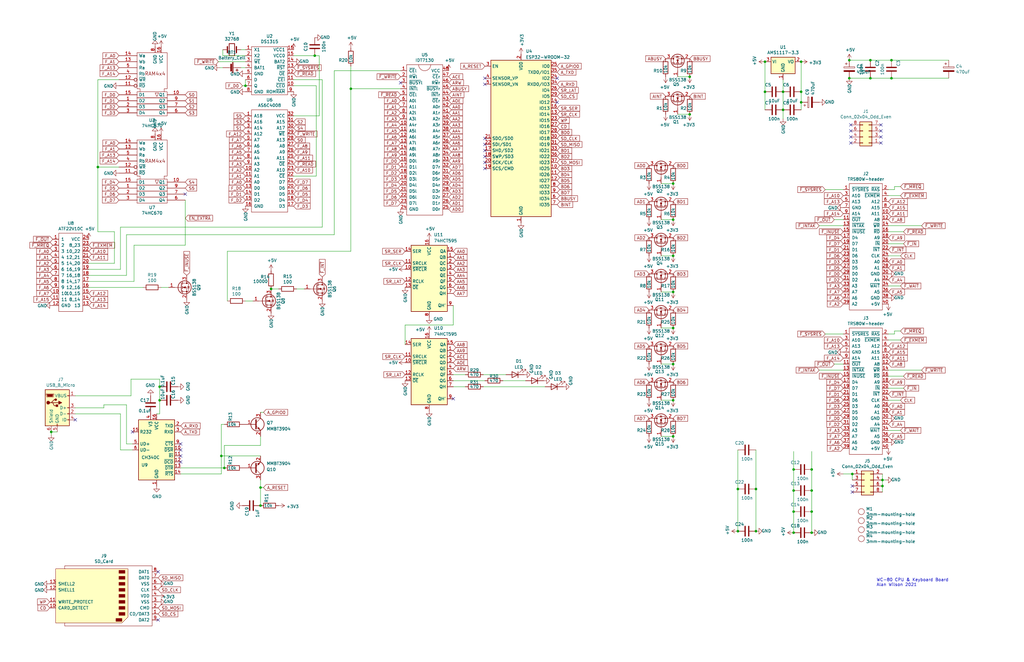
<source format=kicad_sch>
(kicad_sch (version 20230121) (generator eeschema)
  (paper "B")
  (junction (at 283.845 168.91))
  (junction (at 67.31 168.91))
  (junction (at 109.855 213.36))
  (junction (at 283.845 153.67))
  (junction (at 372.11 202.565))
  (junction (at 67.31 163.195))
  (junction (at 330.2 38.735))
  (junction (at 318.77 224.155))
  (junction (at 342.265 198.12))
  (junction (at 283.845 107.95))
  (junction (at 147.955 37.465))
  (junction (at 21.59 182.245))
  (junction (at 94.615 197.485))
  (junction (at 283.845 138.43))
  (junction (at 337.82 43.18))
  (junction (at 283.845 77.47))
  (junction (at 132.715 23.495))
  (junction (at 337.82 26.035))
  (junction (at 359.41 200.025))
  (junction (at 114.3 121.92))
  (junction (at 283.845 123.19))
  (junction (at 334.645 224.79))
  (junction (at 358.14 33.02))
  (junction (at 375.92 25.4))
  (junction (at 342.265 215.9))
  (junction (at 367.03 33.02))
  (junction (at 322.58 38.735))
  (junction (at 318.77 206.375))
  (junction (at 41.275 70.485))
  (junction (at 311.15 224.155))
  (junction (at 103.505 36.195))
  (junction (at 342.265 224.79))
  (junction (at 334.645 207.01))
  (junction (at 342.265 207.01))
  (junction (at 337.82 38.735))
  (junction (at 290.83 32.385))
  (junction (at 290.83 48.26))
  (junction (at 109.855 205.74))
  (junction (at 93.345 192.405))
  (junction (at 375.92 33.02))
  (junction (at 283.845 92.71))
  (junction (at 372.11 205.105))
  (junction (at 311.15 206.375))
  (junction (at 334.645 215.9))
  (junction (at 358.14 25.4))
  (junction (at 367.03 25.4))
  (junction (at 283.845 184.15))
  (junction (at 322.58 26.035))
  (junction (at 334.645 198.12))
  (junction (at 330.2 46.355))
  (no_connect (at 371.475 57.785))
  (no_connect (at 358.775 60.325))
  (no_connect (at 371.475 60.325))
  (no_connect (at 31.75 177.165))
  (no_connect (at 234.95 33.02))
  (no_connect (at 55.88 182.245))
  (no_connect (at 204.47 58.42))
  (no_connect (at 204.47 71.12))
  (no_connect (at 234.95 43.18))
  (no_connect (at 204.47 63.5))
  (no_connect (at 76.2 192.405))
  (no_connect (at 359.41 205.105))
  (no_connect (at 358.775 57.785))
  (no_connect (at 204.47 66.04))
  (no_connect (at 76.2 194.945))
  (no_connect (at 204.47 33.02))
  (no_connect (at 358.775 55.245))
  (no_connect (at 371.475 52.705))
  (no_connect (at 191.135 168.275))
  (no_connect (at 168.91 34.925))
  (no_connect (at 371.475 55.245))
  (no_connect (at 359.41 207.645))
  (no_connect (at 66.675 241.3))
  (no_connect (at 78.105 81.915))
  (no_connect (at 358.775 52.705))
  (no_connect (at 204.47 35.56))
  (no_connect (at 204.47 60.96))
  (no_connect (at 76.2 189.865))
  (no_connect (at 66.675 261.62))
  (no_connect (at 76.2 187.325))
  (no_connect (at 204.47 68.58))
  (wire (pts (xy 334.645 207.01) (xy 334.645 215.9)))
  (wire (pts (xy 67.945 121.285) (xy 71.12 121.285)))
  (wire (pts (xy 342.265 215.9) (xy 342.265 207.01)))
  (wire (pts (xy 48.26 111.125) (xy 37.465 111.125)))
  (wire (pts (xy 355.6 200.025) (xy 359.41 200.025)))
  (wire (pts (xy 95.885 106.045) (xy 147.955 106.045)))
  (wire (pts (xy 278.765 92.71) (xy 283.845 92.71)))
  (wire (pts (xy 93.345 179.07) (xy 94.615 179.07)))
  (wire (pts (xy 278.765 138.43) (xy 283.845 138.43)))
  (wire (pts (xy 41.275 70.485) (xy 41.275 97.79)))
  (wire (pts (xy 50.165 70.485) (xy 41.275 70.485)))
  (wire (pts (xy 367.03 25.4) (xy 375.92 25.4)))
  (wire (pts (xy 334.645 207.01) (xy 334.645 198.12)))
  (wire (pts (xy 342.265 224.79) (xy 342.265 215.9)))
  (wire (pts (xy 21.59 183.515) (xy 21.59 182.245)))
  (wire (pts (xy 50.8 174.625) (xy 50.8 189.865)))
  (wire (pts (xy 41.275 33.655) (xy 50.165 33.655)))
  (wire (pts (xy 56.515 118.745) (xy 37.465 118.745)))
  (wire (pts (xy 123.825 23.495) (xy 132.715 23.495)))
  (wire (pts (xy 334.645 190.5) (xy 334.645 198.12)))
  (wire (pts (xy 377.19 78.74) (xy 377.19 80.01)))
  (wire (pts (xy 147.955 106.045) (xy 147.955 37.465)))
  (wire (pts (xy 375.92 25.4) (xy 400.05 25.4)))
  (wire (pts (xy 140.97 29.845) (xy 168.91 29.845)))
  (wire (pts (xy 278.765 168.91) (xy 283.845 168.91)))
  (wire (pts (xy 53.34 99.06) (xy 140.97 99.06)))
  (wire (pts (xy 311.15 189.865) (xy 311.15 206.375)))
  (wire (pts (xy 92.075 26.035) (xy 103.505 26.035)))
  (wire (pts (xy 50.8 189.865) (xy 55.88 189.865)))
  (wire (pts (xy 53.34 187.325) (xy 55.88 187.325)))
  (wire (pts (xy 330.2 50.165) (xy 330.2 46.355)))
  (wire (pts (xy 377.19 139.7) (xy 377.19 140.97)))
  (wire (pts (xy 311.15 206.375) (xy 311.15 224.155)))
  (wire (pts (xy 24.13 182.245) (xy 21.59 182.245)))
  (wire (pts (xy 93.98 28.575) (xy 92.71 28.575)))
  (wire (pts (xy 191.135 158.115) (xy 196.215 158.115)))
  (wire (pts (xy 318.77 206.375) (xy 318.77 224.155)))
  (wire (pts (xy 379.73 168.91) (xy 374.65 168.91)))
  (wire (pts (xy 93.345 200.025) (xy 93.345 192.405)))
  (wire (pts (xy 133.35 36.195) (xy 123.825 36.195)))
  (wire (pts (xy 337.82 43.18) (xy 337.82 38.735)))
  (wire (pts (xy 388.62 95.25) (xy 374.65 95.25)))
  (wire (pts (xy 93.98 23.495) (xy 93.98 20.955)))
  (wire (pts (xy 56.515 103.505) (xy 56.515 118.745)))
  (wire (pts (xy 388.62 156.21) (xy 374.65 156.21)))
  (wire (pts (xy 132.715 23.495) (xy 134.62 23.495)))
  (wire (pts (xy 351.79 153.67) (xy 355.6 153.67)))
  (wire (pts (xy 50.8 113.665) (xy 37.465 113.665)))
  (wire (pts (xy 322.58 46.355) (xy 322.58 38.735)))
  (wire (pts (xy 103.505 28.575) (xy 101.6 28.575)))
  (wire (pts (xy 322.58 26.035) (xy 322.58 38.735)))
  (wire (pts (xy 372.11 200.025) (xy 372.11 202.565)))
  (wire (pts (xy 379.73 181.61) (xy 374.65 181.61)))
  (wire (pts (xy 170.815 145.415) (xy 170.815 137.16)))
  (wire (pts (xy 109.855 205.74) (xy 111.125 205.74)))
  (wire (pts (xy 109.855 192.405) (xy 93.345 192.405)))
  (wire (pts (xy 191.135 160.655) (xy 204.47 160.655)))
  (wire (pts (xy 377.19 80.01) (xy 374.65 80.01)))
  (wire (pts (xy 43.815 172.085) (xy 31.75 172.085)))
  (wire (pts (xy 285.75 32.385) (xy 290.83 32.385)))
  (wire (pts (xy 337.82 46.355) (xy 337.82 43.18)))
  (wire (pts (xy 278.765 123.19) (xy 283.845 123.19)))
  (wire (pts (xy 367.03 33.02) (xy 375.92 33.02)))
  (wire (pts (xy 318.77 189.865) (xy 318.77 206.375)))
  (wire (pts (xy 347.98 80.01) (xy 355.6 80.01)))
  (wire (pts (xy 50.8 95.885) (xy 50.8 113.665)))
  (wire (pts (xy 41.275 97.79) (xy 48.26 97.79)))
  (wire (pts (xy 101.6 20.955) (xy 103.505 20.955)))
  (wire (pts (xy 379.73 139.7) (xy 377.19 139.7)))
  (wire (pts (xy 140.97 99.06) (xy 140.97 29.845)))
  (wire (pts (xy 135.89 95.885) (xy 135.89 33.655)))
  (wire (pts (xy 342.265 207.01) (xy 342.265 198.12)))
  (wire (pts (xy 76.2 197.485) (xy 94.615 197.485)))
  (wire (pts (xy 334.645 215.9) (xy 334.645 224.79)))
  (wire (pts (xy 203.835 163.195) (xy 229.87 163.195)))
  (wire (pts (xy 43.815 170.815) (xy 53.34 170.815)))
  (wire (pts (xy 147.955 37.465) (xy 147.955 27.94)))
  (wire (pts (xy 60.325 121.285) (xy 37.465 121.285)))
  (wire (pts (xy 123.825 74.295) (xy 133.35 74.295)))
  (wire (pts (xy 109.855 184.15) (xy 109.855 187.96)))
  (wire (pts (xy 67.31 160.02) (xy 67.31 163.195)))
  (wire (pts (xy 43.815 170.815) (xy 43.815 172.085)))
  (wire (pts (xy 134.62 48.895) (xy 123.825 48.895)))
  (wire (pts (xy 379.73 107.95) (xy 374.65 107.95)))
  (wire (pts (xy 78.105 103.505) (xy 56.515 103.505)))
  (wire (pts (xy 358.14 33.02) (xy 367.03 33.02)))
  (wire (pts (xy 134.62 23.495) (xy 134.62 48.895)))
  (wire (pts (xy 377.19 140.97) (xy 374.65 140.97)))
  (wire (pts (xy 31.75 174.625) (xy 50.8 174.625)))
  (wire (pts (xy 109.855 187.96) (xy 94.615 187.96)))
  (wire (pts (xy 191.135 163.195) (xy 196.215 163.195)))
  (wire (pts (xy 285.75 48.26) (xy 290.83 48.26)))
  (wire (pts (xy 53.34 170.815) (xy 53.34 187.325)))
  (wire (pts (xy 337.82 38.735) (xy 337.82 26.035)))
  (wire (pts (xy 67.31 168.91) (xy 67.31 174.625)))
  (wire (pts (xy 50.8 95.885) (xy 135.89 95.885)))
  (wire (pts (xy 125.095 121.92) (xy 128.27 121.92)))
  (wire (pts (xy 278.765 107.95) (xy 283.845 107.95)))
  (wire (pts (xy 37.465 116.205) (xy 53.34 116.205)))
  (wire (pts (xy 103.505 127) (xy 106.68 127)))
  (wire (pts (xy 55.245 160.02) (xy 67.31 160.02)))
  (wire (pts (xy 135.89 33.655) (xy 123.825 33.655)))
  (wire (pts (xy 347.98 140.97) (xy 355.6 140.97)))
  (wire (pts (xy 374.65 97.79) (xy 381 97.79)))
  (wire (pts (xy 345.44 156.21) (xy 355.6 156.21)))
  (wire (pts (xy 379.73 78.74) (xy 377.19 78.74)))
  (wire (pts (xy 379.73 120.65) (xy 374.65 120.65)))
  (wire (pts (xy 191.135 137.16) (xy 191.135 128.905)))
  (wire (pts (xy 379.73 143.51) (xy 374.65 143.51)))
  (wire (pts (xy 375.92 33.02) (xy 400.05 33.02)))
  (wire (pts (xy 67.31 163.195) (xy 67.31 168.91)))
  (wire (pts (xy 103.505 33.655) (xy 103.505 36.195)))
  (wire (pts (xy 55.245 167.005) (xy 55.245 160.02)))
  (wire (pts (xy 351.79 92.71) (xy 355.6 92.71)))
  (wire (pts (xy 379.73 82.55) (xy 374.65 82.55)))
  (wire (pts (xy 373.38 202.565) (xy 372.11 202.565)))
  (wire (pts (xy 133.35 74.295) (xy 133.35 36.195)))
  (wire (pts (xy 212.09 160.655) (xy 221.615 160.655)))
  (wire (pts (xy 67.31 174.625) (xy 66.04 174.625)))
  (wire (pts (xy 359.41 202.565) (xy 359.41 200.025)))
  (wire (pts (xy 374.65 102.87) (xy 381 102.87)))
  (wire (pts (xy 103.505 23.495) (xy 93.98 23.495)))
  (wire (pts (xy 95.885 127) (xy 95.885 106.045)))
  (wire (pts (xy 330.2 33.655) (xy 330.2 38.735)))
  (wire (pts (xy 374.65 158.75) (xy 381 158.75)))
  (wire (pts (xy 170.815 137.16) (xy 191.135 137.16)))
  (wire (pts (xy 203.835 158.115) (xy 213.36 158.115)))
  (wire (pts (xy 31.75 167.005) (xy 55.245 167.005)))
  (wire (pts (xy 53.34 116.205) (xy 53.34 99.06)))
  (wire (pts (xy 147.955 37.465) (xy 168.91 37.465)))
  (wire (pts (xy 102.235 36.195) (xy 103.505 36.195)))
  (wire (pts (xy 76.2 200.025) (xy 93.345 200.025)))
  (wire (pts (xy 109.855 205.74) (xy 109.855 213.36)))
  (wire (pts (xy 117.475 121.92) (xy 114.3 121.92)))
  (wire (pts (xy 278.765 184.15) (xy 283.845 184.15)))
  (wire (pts (xy 109.855 202.565) (xy 109.855 205.74)))
  (wire (pts (xy 93.345 192.405) (xy 93.345 179.07)))
  (wire (pts (xy 41.275 70.485) (xy 41.275 33.655)))
  (wire (pts (xy 78.105 84.455) (xy 78.105 103.505)))
  (wire (pts (xy 94.615 187.96) (xy 94.615 197.485)))
  (wire (pts (xy 358.14 25.4) (xy 367.03 25.4)))
  (wire (pts (xy 342.265 198.12) (xy 342.265 190.5)))
  (wire (pts (xy 278.765 153.67) (xy 283.845 153.67)))
  (wire (pts (xy 48.26 97.79) (xy 48.26 111.125)))
  (wire (pts (xy 345.44 95.25) (xy 355.6 95.25)))
  (wire (pts (xy 374.65 163.83) (xy 381 163.83)))
  (wire (pts (xy 372.11 202.565) (xy 372.11 205.105)))
  (wire (pts (xy 109.855 173.99) (xy 111.125 173.99)))
  (wire (pts (xy 372.11 205.105) (xy 372.11 207.645)))
  (wire (pts (xy 330.2 38.735) (xy 330.2 46.355)))
  (wire (pts (xy 278.765 77.47) (xy 283.845 77.47)))
  (text "WC-80 CPU & Keyboard Board\nAlan Wilson 2021" (at 369.57 247.65 0) (effects (font (size 1.27 1.27)) (justify left bottom)))
  (global_label "AINT" (shape input) (at 189.23 40.005 0) (property "Intersheetrefs" "${INTERSHEET_REFS}" (effects hide)))
  (global_label "~{F_MREQ}" (shape input) (at 22.225 103.505 180) (property "Intersheetrefs" "${INTERSHEET_REFS}" (effects hide)))
  (global_label "S3" (shape input) (at 103.505 51.435 180) (property "Intersheetrefs" "${INTERSHEET_REFS}" (effects hide)))
  (global_label "F_D1" (shape input) (at 50.165 42.545 180) (property "Intersheetrefs" "${INTERSHEET_REFS}" (effects hide)))
  (global_label "F_A12" (shape input) (at 374.65 85.09 0) (property "Intersheetrefs" "${INTERSHEET_REFS}" (effects hide)))
  (global_label "F_A1" (shape input) (at 103.505 74.295 180) (property "Intersheetrefs" "${INTERSHEET_REFS}" (effects hide)))
  (global_label "~{F_EXMEM}" (shape input) (at 379.73 143.51 0) (property "Intersheetrefs" "${INTERSHEET_REFS}" (effects hide)))
  (global_label "S4" (shape input) (at 123.825 53.975 0) (property "Intersheetrefs" "${INTERSHEET_REFS}" (effects hide)))
  (global_label "ABUSY" (shape input) (at 280.67 24.765 180) (property "Intersheetrefs" "${INTERSHEET_REFS}" (effects hide)))
  (global_label "F_D7" (shape input) (at 355.6 163.83 180) (property "Intersheetrefs" "${INTERSHEET_REFS}" (effects hide)))
  (global_label "AD0" (shape input) (at 273.685 69.85 180) (property "Intersheetrefs" "${INTERSHEET_REFS}" (effects hide)))
  (global_label "F_A2" (shape input) (at 168.91 47.625 180) (property "Intersheetrefs" "${INTERSHEET_REFS}" (effects hide)))
  (global_label "SR_SER" (shape input) (at 170.815 106.045 180) (property "Intersheetrefs" "${INTERSHEET_REFS}" (effects hide)))
  (global_label "S5" (shape input) (at 103.505 48.895 180) (property "Intersheetrefs" "${INTERSHEET_REFS}" (effects hide)))
  (global_label "~{F_INT}" (shape input) (at 374.65 105.41 0) (property "Intersheetrefs" "${INTERSHEET_REFS}" (effects hide)))
  (global_label "F_A6" (shape input) (at 22.225 121.285 180) (property "Intersheetrefs" "${INTERSHEET_REFS}" (effects hide)))
  (global_label "ACE" (shape input) (at 191.135 150.495 0) (property "Intersheetrefs" "${INTERSHEET_REFS}" (effects hide)))
  (global_label "A_RESET" (shape input) (at 111.125 205.74 0) (property "Intersheetrefs" "${INTERSHEET_REFS}" (effects hide)))
  (global_label "AA2" (shape input) (at 189.23 50.165 0) (property "Intersheetrefs" "${INTERSHEET_REFS}" (effects hide)))
  (global_label "~{F_SYSRES}" (shape input) (at 347.98 80.01 180) (property "Intersheetrefs" "${INTERSHEET_REFS}" (effects hide)))
  (global_label "A_RXD" (shape input) (at 234.95 35.56 0) (property "Intersheetrefs" "${INTERSHEET_REFS}" (effects hide)))
  (global_label "AD2" (shape input) (at 189.23 83.185 0) (property "Intersheetrefs" "${INTERSHEET_REFS}" (effects hide)))
  (global_label "AD5" (shape input) (at 273.685 146.05 180) (property "Intersheetrefs" "${INTERSHEET_REFS}" (effects hide)))
  (global_label "AA6" (shape input) (at 189.23 60.325 0) (property "Intersheetrefs" "${INTERSHEET_REFS}" (effects hide)))
  (global_label "ARW" (shape input) (at 191.135 155.575 0) (property "Intersheetrefs" "${INTERSHEET_REFS}" (effects hide)))
  (global_label "~{F_READ}" (shape input) (at 381 97.79 0) (property "Intersheetrefs" "${INTERSHEET_REFS}" (effects hide)))
  (global_label "F_A5" (shape input) (at 103.505 64.135 180) (property "Intersheetrefs" "${INTERSHEET_REFS}" (effects hide)))
  (global_label "F_D6" (shape input) (at 123.825 79.375 0) (property "Intersheetrefs" "${INTERSHEET_REFS}" (effects hide)))
  (global_label "F_A11" (shape input) (at 374.65 151.13 0) (property "Intersheetrefs" "${INTERSHEET_REFS}" (effects hide)))
  (global_label "F_A3" (shape input) (at 22.225 113.665 180) (property "Intersheetrefs" "${INTERSHEET_REFS}" (effects hide)))
  (global_label "F_A14" (shape input) (at 50.165 31.115 180) (property "Intersheetrefs" "${INTERSHEET_REFS}" (effects hide)))
  (global_label "F_D7" (shape input) (at 50.165 84.455 180) (property "Intersheetrefs" "${INTERSHEET_REFS}" (effects hide)))
  (global_label "S0" (shape input) (at 123.825 59.055 0) (property "Intersheetrefs" "${INTERSHEET_REFS}" (effects hide)))
  (global_label "F_A7" (shape input) (at 355.6 123.19 180) (property "Intersheetrefs" "${INTERSHEET_REFS}" (effects hide)))
  (global_label "AD2" (shape input) (at 273.685 100.33 180) (property "Intersheetrefs" "${INTERSHEET_REFS}" (effects hide)))
  (global_label "F_D4" (shape input) (at 123.825 84.455 0) (property "Intersheetrefs" "${INTERSHEET_REFS}" (effects hide)))
  (global_label "F_A7" (shape input) (at 22.225 123.825 180) (property "Intersheetrefs" "${INTERSHEET_REFS}" (effects hide)))
  (global_label "F_A8" (shape input) (at 374.65 92.71 0) (property "Intersheetrefs" "${INTERSHEET_REFS}" (effects hide)))
  (global_label "AD6" (shape input) (at 273.685 161.29 180) (property "Intersheetrefs" "${INTERSHEET_REFS}" (effects hide)))
  (global_label "F_A3" (shape input) (at 355.6 120.65 180) (property "Intersheetrefs" "${INTERSHEET_REFS}" (effects hide)))
  (global_label "F_D4" (shape input) (at 355.6 161.29 180) (property "Intersheetrefs" "${INTERSHEET_REFS}" (effects hide)))
  (global_label "A_RESET" (shape input) (at 204.47 27.94 180) (property "Intersheetrefs" "${INTERSHEET_REFS}" (effects hide)))
  (global_label "F_D5" (shape input) (at 50.165 79.375 180) (property "Intersheetrefs" "${INTERSHEET_REFS}" (effects hide)))
  (global_label "F_D2" (shape input) (at 50.165 45.085 180) (property "Intersheetrefs" "${INTERSHEET_REFS}" (effects hide)))
  (global_label "F_A9" (shape input) (at 374.65 100.33 0) (property "Intersheetrefs" "${INTERSHEET_REFS}" (effects hide)))
  (global_label "F_D6" (shape input) (at 355.6 107.95 180) (property "Intersheetrefs" "${INTERSHEET_REFS}" (effects hide)))
  (global_label "F_A1" (shape input) (at 374.65 113.03 0) (property "Intersheetrefs" "${INTERSHEET_REFS}" (effects hide)))
  (global_label "AA5" (shape input) (at 189.23 57.785 0) (property "Intersheetrefs" "${INTERSHEET_REFS}" (effects hide)))
  (global_label "F_D6" (shape input) (at 355.6 168.91 180) (property "Intersheetrefs" "${INTERSHEET_REFS}" (effects hide)))
  (global_label "F_A7" (shape input) (at 103.505 59.055 180) (property "Intersheetrefs" "${INTERSHEET_REFS}" (effects hide)))
  (global_label "AD3" (shape input) (at 273.685 115.57 180) (property "Intersheetrefs" "${INTERSHEET_REFS}" (effects hide)))
  (global_label "F_A6" (shape input) (at 355.6 125.73 180) (property "Intersheetrefs" "${INTERSHEET_REFS}" (effects hide)))
  (global_label "~{F_OUT}" (shape input) (at 351.79 92.71 180) (property "Intersheetrefs" "${INTERSHEET_REFS}" (effects hide)))
  (global_label "F_A8" (shape input) (at 374.65 153.67 0) (property "Intersheetrefs" "${INTERSHEET_REFS}" (effects hide)))
  (global_label "F_A15" (shape input) (at 374.65 87.63 0) (property "Intersheetrefs" "${INTERSHEET_REFS}" (effects hide)))
  (global_label "AA3" (shape input) (at 191.135 113.665 0) (property "Intersheetrefs" "${INTERSHEET_REFS}" (effects hide)))
  (global_label "~{F_SYSRES}" (shape input) (at 123.825 28.575 0) (property "Intersheetrefs" "${INTERSHEET_REFS}" (effects hide)))
  (global_label "~{F_READ}" (shape input) (at 381 158.75 0) (property "Intersheetrefs" "${INTERSHEET_REFS}" (effects hide)))
  (global_label "AA0" (shape input) (at 191.135 106.045 0) (property "Intersheetrefs" "${INTERSHEET_REFS}" (effects hide)))
  (global_label "F_A7" (shape input) (at 168.91 60.325 180) (property "Intersheetrefs" "${INTERSHEET_REFS}" (effects hide)))
  (global_label "F_D7" (shape input) (at 123.825 76.835 0) (property "Intersheetrefs" "${INTERSHEET_REFS}" (effects hide)))
  (global_label "F_A0" (shape input) (at 374.65 110.49 0) (property "Intersheetrefs" "${INTERSHEET_REFS}" (effects hide)))
  (global_label "A_RXD" (shape input) (at 76.2 179.705 0) (property "Intersheetrefs" "${INTERSHEET_REFS}" (effects hide)))
  (global_label "AD1" (shape input) (at 273.685 85.09 180) (property "Intersheetrefs" "${INTERSHEET_REFS}" (effects hide)))
  (global_label "F_A2" (shape input) (at 103.505 71.755 180) (property "Intersheetrefs" "${INTERSHEET_REFS}" (effects hide)))
  (global_label "F_A6" (shape input) (at 168.91 57.785 180) (property "Intersheetrefs" "${INTERSHEET_REFS}" (effects hide)))
  (global_label "BD2" (shape input) (at 283.845 100.33 0) (property "Intersheetrefs" "${INTERSHEET_REFS}" (effects hide)))
  (global_label "~{F_READ}" (shape input) (at 168.91 40.005 180) (property "Intersheetrefs" "${INTERSHEET_REFS}" (effects hide)))
  (global_label "S4" (shape input) (at 78.105 76.835 0) (property "Intersheetrefs" "${INTERSHEET_REFS}" (effects hide)))
  (global_label "BBUSY" (shape input) (at 234.95 83.82 0) (property "Intersheetrefs" "${INTERSHEET_REFS}" (effects hide)))
  (global_label "AA5" (shape input) (at 191.135 118.745 0) (property "Intersheetrefs" "${INTERSHEET_REFS}" (effects hide)))
  (global_label "BD6" (shape input) (at 234.95 78.74 0) (property "Intersheetrefs" "${INTERSHEET_REFS}" (effects hide)))
  (global_label "F_A0" (shape input) (at 168.91 42.545 180) (property "Intersheetrefs" "${INTERSHEET_REFS}" (effects hide)))
  (global_label "BD3" (shape input) (at 283.845 115.57 0) (property "Intersheetrefs" "${INTERSHEET_REFS}" (effects hide)))
  (global_label "F_A1" (shape input) (at 374.65 173.99 0) (property "Intersheetrefs" "${INTERSHEET_REFS}" (effects hide)))
  (global_label "SD_MISO" (shape input) (at 234.95 60.96 0) (property "Intersheetrefs" "${INTERSHEET_REFS}" (effects hide)))
  (global_label "F_A0" (shape input) (at 103.505 76.835 180) (property "Intersheetrefs" "${INTERSHEET_REFS}" (effects hide)))
  (global_label "~{F_INTAK}" (shape input) (at 345.44 156.21 180) (property "Intersheetrefs" "${INTERSHEET_REFS}" (effects hide)))
  (global_label "SR_SER" (shape input) (at 234.95 45.72 0) (property "Intersheetrefs" "${INTERSHEET_REFS}" (effects hide)))
  (global_label "AD3" (shape input) (at 189.23 80.645 0) (property "Intersheetrefs" "${INTERSHEET_REFS}" (effects hide)))
  (global_label "~{F_INT}" (shape input) (at 135.89 116.84 90) (property "Intersheetrefs" "${INTERSHEET_REFS}" (effects hide)))
  (global_label "F_D3" (shape input) (at 50.165 47.625 180) (property "Intersheetrefs" "${INTERSHEET_REFS}" (effects hide)))
  (global_label "F_D5" (shape input) (at 168.91 80.645 180) (property "Intersheetrefs" "${INTERSHEET_REFS}" (effects hide)))
  (global_label "BD5" (shape input) (at 234.95 76.2 0) (property "Intersheetrefs" "${INTERSHEET_REFS}" (effects hide)))
  (global_label "F_D1" (shape input) (at 355.6 166.37 180) (property "Intersheetrefs" "${INTERSHEET_REFS}" (effects hide)))
  (global_label "F_D4" (shape input) (at 50.165 76.835 180) (property "Intersheetrefs" "${INTERSHEET_REFS}" (effects hide)))
  (global_label "F_A13" (shape input) (at 355.6 146.05 180) (property "Intersheetrefs" "${INTERSHEET_REFS}" (effects hide)))
  (global_label "F_A1" (shape input) (at 50.165 62.865 180) (property "Intersheetrefs" "${INTERSHEET_REFS}" (effects hide)))
  (global_label "SD_CLK" (shape input) (at 66.675 248.92 0) (property "Intersheetrefs" "${INTERSHEET_REFS}" (effects hide)))
  (global_label "AD6" (shape input) (at 189.23 73.025 0) (property "Intersheetrefs" "${INTERSHEET_REFS}" (effects hide)))
  (global_label "AA8" (shape input) (at 189.23 65.405 0) (property "Intersheetrefs" "${INTERSHEET_REFS}" (effects hide)))
  (global_label "F_A1" (shape input) (at 50.165 26.035 180) (property "Intersheetrefs" "${INTERSHEET_REFS}" (effects hide)))
  (global_label "F_D3" (shape input) (at 168.91 75.565 180) (property "Intersheetrefs" "${INTERSHEET_REFS}" (effects hide)))
  (global_label "S0" (shape input) (at 78.105 40.005 0) (property "Intersheetrefs" "${INTERSHEET_REFS}" (effects hide)))
  (global_label "AD4" (shape input) (at 189.23 78.105 0) (property "Intersheetrefs" "${INTERSHEET_REFS}" (effects hide)))
  (global_label "F_A9" (shape input) (at 123.825 64.135 0) (property "Intersheetrefs" "${INTERSHEET_REFS}" (effects hide)))
  (global_label "F_D0" (shape input) (at 168.91 67.945 180) (property "Intersheetrefs" "${INTERSHEET_REFS}" (effects hide)))
  (global_label "AA2" (shape input) (at 191.135 111.125 0) (property "Intersheetrefs" "${INTERSHEET_REFS}" (effects hide)))
  (global_label "~{F_WRITE}" (shape input) (at 92.075 26.035 180) (property "Intersheetrefs" "${INTERSHEET_REFS}" (effects hide)))
  (global_label "F_A4" (shape input) (at 374.65 179.07 0) (property "Intersheetrefs" "${INTERSHEET_REFS}" (effects hide)))
  (global_label "AA4" (shape input) (at 191.135 116.205 0) (property "Intersheetrefs" "${INTERSHEET_REFS}" (effects hide)))
  (global_label "F_D1" (shape input) (at 355.6 105.41 180) (property "Intersheetrefs" "${INTERSHEET_REFS}" (effects hide)))
  (global_label "BD4" (shape input) (at 283.845 130.81 0) (property "Intersheetrefs" "${INTERSHEET_REFS}" (effects hide)))
  (global_label "~{F_IN}" (shape input) (at 381 102.87 0) (property "Intersheetrefs" "${INTERSHEET_REFS}" (effects hide)))
  (global_label "BINT" (shape input) (at 290.83 40.64 0) (property "Intersheetrefs" "${INTERSHEET_REFS}" (effects hide)))
  (global_label "SR_CLK" (shape input) (at 234.95 48.26 0) (property "Intersheetrefs" "${INTERSHEET_REFS}" (effects hide)))
  (global_label "CLK" (shape input) (at 379.73 107.95 0) (property "Intersheetrefs" "${INTERSHEET_REFS}" (effects hide)))
  (global_label "F_A13" (shape input) (at 355.6 85.09 180) (property "Intersheetrefs" "${INTERSHEET_REFS}" (effects hide)))
  (global_label "AA9" (shape input) (at 189.23 67.945 0) (property "Intersheetrefs" "${INTERSHEET_REFS}" (effects hide)))
  (global_label "F_A5" (shape input) (at 374.65 123.19 0) (property "Intersheetrefs" "${INTERSHEET_REFS}" (effects hide)))
  (global_label "~{F_INT}" (shape input) (at 374.65 166.37 0) (property "Intersheetrefs" "${INTERSHEET_REFS}" (effects hide)))
  (global_label "CD" (shape input) (at 20.955 256.54 180) (property "Intersheetrefs" "${INTERSHEET_REFS}" (effects hide)))
  (global_label "F_D5" (shape input) (at 355.6 113.03 180) (property "Intersheetrefs" "${INTERSHEET_REFS}" (effects hide)))
  (global_label "AOE" (shape input) (at 191.135 153.035 0) (property "Intersheetrefs" "${INTERSHEET_REFS}" (effects hide)))
  (global_label "F_A6" (shape input) (at 103.505 61.595 180) (property "Intersheetrefs" "${INTERSHEET_REFS}" (effects hide)))
  (global_label "F_A5" (shape input) (at 374.65 184.15 0) (property "Intersheetrefs" "${INTERSHEET_REFS}" (effects hide)))
  (global_label "F_A5" (shape input) (at 22.225 118.745 180) (property "Intersheetrefs" "${INTERSHEET_REFS}" (effects hide)))
  (global_label "F_D0" (shape input) (at 103.505 79.375 180) (property "Intersheetrefs" "${INTERSHEET_REFS}" (effects hide)))
  (global_label "~{F_READ}" (shape input) (at 123.825 69.215 0) (property "Intersheetrefs" "${INTERSHEET_REFS}" (effects hide)))
  (global_label "SR_CLK" (shape input) (at 170.815 150.495 180) (property "Intersheetrefs" "${INTERSHEET_REFS}" (effects hide)))
  (global_label "F_A14" (shape input) (at 50.165 67.945 180) (property "Intersheetrefs" "${INTERSHEET_REFS}" (effects hide)))
  (global_label "F_A4" (shape input) (at 168.91 52.705 180) (property "Intersheetrefs" "${INTERSHEET_REFS}" (effects hide)))
  (global_label "F_A13" (shape input) (at 50.165 65.405 180) (property "Intersheetrefs" "${INTERSHEET_REFS}" (effects hide)))
  (global_label "~{F_INUSE}" (shape input) (at 78.74 116.205 90) (property "Intersheetrefs" "${INTERSHEET_REFS}" (effects hide)))
  (global_label "CLK" (shape input) (at 379.73 168.91 0) (property "Intersheetrefs" "${INTERSHEET_REFS}" (effects hide)))
  (global_label "F_D4" (shape input) (at 168.91 78.105 180) (property "Intersheetrefs" "${INTERSHEET_REFS}" (effects hide)))
  (global_label "F_A5" (shape input) (at 168.91 55.245 180) (property "Intersheetrefs" "${INTERSHEET_REFS}" (effects hide)))
  (global_label "F_D0" (shape input) (at 355.6 176.53 180) (property "Intersheetrefs" "${INTERSHEET_REFS}" (effects hide)))
  (global_label "F_A10" (shape input) (at 123.825 71.755 0) (property "Intersheetrefs" "${INTERSHEET_REFS}" (effects hide)))
  (global_label "BBUSY" (shape input) (at 290.83 24.765 0) (property "Intersheetrefs" "${INTERSHEET_REFS}" (effects hide)))
  (global_label "~{F_WAIT}" (shape input) (at 379.73 181.61 0) (property "Intersheetrefs" "${INTERSHEET_REFS}" (effects hide)))
  (global_label "BD2" (shape input) (at 234.95 66.04 0) (property "Intersheetrefs" "${INTERSHEET_REFS}" (effects hide)))
  (global_label "F_A11" (shape input) (at 37.465 108.585 0) (property "Intersheetrefs" "${INTERSHEET_REFS}" (effects hide)))
  (global_label "F_D4" (shape input) (at 355.6 100.33 180) (property "Intersheetrefs" "${INTERSHEET_REFS}" (effects hide)))
  (global_label "F_D3" (shape input) (at 355.6 110.49 180) (property "Intersheetrefs" "${INTERSHEET_REFS}" (effects hide)))
  (global_label "F_A9" (shape input) (at 168.91 65.405 180) (property "Intersheetrefs" "${INTERSHEET_REFS}" (effects hide)))
  (global_label "ACE" (shape input) (at 189.23 32.385 0) (property "Intersheetrefs" "${INTERSHEET_REFS}" (effects hide)))
  (global_label "BD1" (shape input) (at 234.95 63.5 0) (property "Intersheetrefs" "${INTERSHEET_REFS}" (effects hide)))
  (global_label "F_A13" (shape input) (at 37.465 126.365 0) (property "Intersheetrefs" "${INTERSHEET_REFS}" (effects hide)))
  (global_label "AINT" (shape input) (at 280.67 40.64 180) (property "Intersheetrefs" "${INTERSHEET_REFS}" (effects hide)))
  (global_label "AD7" (shape input) (at 189.23 70.485 0) (property "Intersheetrefs" "${INTERSHEET_REFS}" (effects hide)))
  (global_label "BD7" (shape input) (at 234.95 81.28 0) (property "Intersheetrefs" "${INTERSHEET_REFS}" (effects hide)))
  (global_label "BD5" (shape input) (at 283.845 146.05 0) (property "Intersheetrefs" "${INTERSHEET_REFS}" (effects hide)))
  (global_label "F_A3" (shape input) (at 103.505 69.215 180) (property "Intersheetrefs" "${INTERSHEET_REFS}" (effects hide)))
  (global_label "~{F_EXMEM}" (shape input) (at 379.73 82.55 0) (property "Intersheetrefs" "${INTERSHEET_REFS}" (effects hide)))
  (global_label "F_A11" (shape input) (at 123.825 66.675 0) (property "Intersheetrefs" "${INTERSHEET_REFS}" (effects hide)))
  (global_label "BD4" (shape input) (at 234.95 73.66 0) (property "Intersheetrefs" "${INTERSHEET_REFS}" (effects hide)))
  (global_label "AA4" (shape input) (at 189.23 55.245 0) (property "Intersheetrefs" "${INTERSHEET_REFS}" (effects hide)))
  (global_label "F_A2" (shape input) (at 22.225 111.125 180) (property "Intersheetrefs" "${INTERSHEET_REFS}" (effects hide)))
  (global_label "F_D2" (shape input) (at 355.6 118.11 180) (property "Intersheetrefs" "${INTERSHEET_REFS}" (effects hide)))
  (global_label "A_GPIO0" (shape input) (at 234.95 27.94 0) (property "Intersheetrefs" "${INTERSHEET_REFS}" (effects hide)))
  (global_label "S3" (shape input) (at 78.105 47.625 0) (property "Intersheetrefs" "${INTERSHEET_REFS}" (effects hide)))
  (global_label "AA0" (shape input) (at 189.23 45.085 0) (property "Intersheetrefs" "${INTERSHEET_REFS}" (effects hide)))
  (global_label "A_TXD" (shape input) (at 234.95 30.48 0) (property "Intersheetrefs" "${INTERSHEET_REFS}" (effects hide)))
  (global_label "F_A15" (shape input) (at 22.225 126.365 180) (property "Intersheetrefs" "${INTERSHEET_REFS}" (effects hide)))
  (global_label "F_D2" (shape input) (at 168.91 73.025 180) (property "Intersheetrefs" "${INTERSHEET_REFS}" (effects hide)))
  (global_label "F_A12" (shape input) (at 103.505 56.515 180) (property "Intersheetrefs" "${INTERSHEET_REFS}" (effects hide)))
  (global_label "F_A13" (shape input) (at 50.165 28.575 180) (property "Intersheetrefs" "${INTERSHEET_REFS}" (effects hide)))
  (global_label "F_D1" (shape input) (at 103.505 81.915 180) (property "Intersheetrefs" "${INTERSHEET_REFS}" (effects hide)))
  (global_label "~{F_WRITE}" (shape input) (at 388.62 156.21 0) (property "Intersheetrefs" "${INTERSHEET_REFS}" (effects hide)))
  (global_label "CD" (shape input) (at 234.95 53.34 0) (property "Intersheetrefs" "${INTERSHEET_REFS}" (effects hide)))
  (global_label "SD_CLK" (shape input) (at 234.95 58.42 0) (property "Intersheetrefs" "${INTERSHEET_REFS}" (effects hide)))
  (global_label "F_A2" (shape input) (at 355.6 189.23 180) (property "Intersheetrefs" "${INTERSHEET_REFS}" (effects hide)))
  (global_label "SD_MISO" (shape input) (at 66.675 243.84 0) (property "Intersheetrefs" "${INTERSHEET_REFS}" (effects hide)))
  (global_label "AD0" (shape input) (at 189.23 88.265 0) (property "Intersheetrefs" "${INTERSHEET_REFS}" (effects hide)))
  (global_label "WP" (shape input) (at 234.95 50.8 0) (property "Intersheetrefs" "${INTERSHEET_REFS}" (effects hide)))
  (global_label "S2" (shape input) (at 78.105 45.085 0) (property "Intersheetrefs" "${INTERSHEET_REFS}" (effects hide)))
  (global_label "F_A14" (shape input) (at 355.6 151.13 180) (property "Intersheetrefs" "${INTERSHEET_REFS}" (effects hide)))
  (global_label "AD5" (shape input) (at 189.23 75.565 0) (property "Intersheetrefs" "${INTERSHEET_REFS}" (effects hide)))
  (global_label "AD4" (shape input) (at 273.685 130.81 180) (property "Intersheetrefs" "${INTERSHEET_REFS}" (effects hide)))
  (global_label "F_A3" (shape input) (at 355.6 181.61 180) (property "Intersheetrefs" "${INTERSHEET_REFS}" (effects hide)))
  (global_label "~{F_INUSE}" (shape input) (at 355.6 158.75 180) (property "Intersheetrefs" "${INTERSHEET_REFS}" (effects hide)))
  (global_label "AA1" (shape input) (at 189.23 47.625 0) (property "Intersheetrefs" "${INTERSHEET_REFS}" (effects hide)))
  (global_label "F_A3" (shape input) (at 168.91 50.165 180) (property "Intersheetrefs" "${INTERSHEET_REFS}" (effects hide)))
  (global_label "F_A0" (shape input) (at 22.225 106.045 180) (property "Intersheetrefs" "${INTERSHEET_REFS}" (effects hide)))
  (global_label "SR_LAT" (shape input) (at 234.95 38.1 0) (property "Intersheetrefs" "${INTERSHEET_REFS}" (effects hide)))
  (global_label "~{F_WRITE}" (shape input) (at 168.91 32.385 180) (property "Intersheetrefs" "${INTERSHEET_REFS}" (effects hide)))
  (global_label "AA9" (shape input) (at 191.135 147.955 0) (property "Intersheetrefs" "${INTERSHEET_REFS}" (effects hide)))
  (global_label "~{F_OUT}" (shape input) (at 351.79 153.67 180) (property "Intersheetrefs" "${INTERSHEET_REFS}" (effects hide)))
  (global_label "~{F_WAIT}" (shape input) (at 379.73 120.65 0) (property "Intersheetrefs" "${INTERSHEET_REFS}" (effects hide)))
  (global_label "AA3" (shape input) (at 189.23 52.705 0) (property "Intersheetrefs" "${INTERSHEET_REFS}" (effects hide)))
  (global_label "F_D5" (shape input) (at 123.825 81.915 0) (property "Intersheetrefs" "${INTERSHEET_REFS}" (effects hide)))
  (global_label "S1" (shape input) (at 78.105 42.545 0) (property "Intersheetrefs" "${INTERSHEET_REFS}" (effects hide)))
  (global_label "AA6" (shape input) (at 191.135 121.285 0) (property "Intersheetrefs" "${INTERSHEET_REFS}" (effects hide)))
  (global_label "BD0" (shape input) (at 234.95 55.88 0) (property "Intersheetrefs" "${INTERSHEET_REFS}" (effects hide)))
  (global_label "~{F_READ}" (shape input) (at 123.825 31.115 0) (property "Intersheetrefs" "${INTERSHEET_REFS}" (effects hide)))
  (global_label "SR_CLK" (shape input) (at 170.815 111.125 180) (property "Intersheetrefs" "${INTERSHEET_REFS}" (effects hide)))
  (global_label "F_D2" (shape input) (at 103.505 84.455 180) (property "Intersheetrefs" "${INTERSHEET_REFS}" (effects hide)))
  (global_label "WP" (shape input) (at 20.955 254 180) (property "Intersheetrefs" "${INTERSHEET_REFS}" (effects hide)))
  (global_label "S5" (shape input) (at 78.105 79.375 0) (property "Intersheetrefs" "${INTERSHEET_REFS}" (effects hide)))
  (global_label "F_A4" (shape input) (at 22.225 116.205 180) (property "Intersheetrefs" "${INTERSHEET_REFS}" (effects hide)))
  (global_label "BD6" (shape input) (at 283.845 161.29 0) (property "Intersheetrefs" "${INTERSHEET_REFS}" (effects hide)))
  (global_label "S1" (shape input) (at 103.505 53.975 180) (property "Intersheetrefs" "${INTERSHEET_REFS}" (effects hide)))
  (global_label "F_A10" (shape input) (at 355.6 82.55 180) (property "Intersheetrefs" "${INTERSHEET_REFS}" (effects hide)))
  (global_label "S2" (shape input) (at 123.825 51.435 0) (property "Intersheetrefs" "${INTERSHEET_REFS}" (effects hide)))
  (global_label "F_D0" (shape input) (at 355.6 115.57 180) (property "Intersheetrefs" "${INTERSHEET_REFS}" (effects hide)))
  (global_label "F_A4" (shape input) (at 374.65 118.11 0) (property "Intersheetrefs" "${INTERSHEET_REFS}" (effects hide)))
  (global_label "F_A8" (shape input) (at 168.91 62.865 180) (property "Intersheetrefs" "${INTERSHEET_REFS}" (effects hide)))
  (global_label "~{F_MREQ}" (shape input) (at 379.73 139.7 0) (property "Intersheetrefs" "${INTERSHEET_REFS}" (effects hide)))
  (global_label "F_D3" (shape input) (at 355.6 171.45 180) (property "Intersheetrefs" "${INTERSHEET_REFS}" (effects hide)))
  (global_label "F_D7" (shape input) (at 168.91 85.725 180) (property "Intersheetrefs" "${INTERSHEET_REFS}" (effects hide)))
  (global_label "BINT" (shape input) (at 234.95 86.36 0) (property "Intersheetrefs" "${INTERSHEET_REFS}" (effects hide)))
  (global_label "SD_CS" (shape input) (at 234.95 40.64 0) (property "Intersheetrefs" "${INTERSHEET_REFS}" (effects hide)))
  (global_label "AA7" (shape input) (at 191.135 123.825 0) (property "Intersheetrefs" "${INTERSHEET_REFS}" (effects hide)))
  (global_label "BD1" (shape input) (at 283.845 85.09 0) (property "Intersheetrefs" "${INTERSHEET_REFS}" (effects hide)))
  (global_label "F_A12" (shape input) (at 374.65 146.05 0) (property "Intersheetrefs" "${INTERSHEET_REFS}" (effects hide)))
  (global_label "F_A1" (shape input) (at 22.225 108.585 180) (property "Intersheetrefs" "${INTERSHEET_REFS}" (effects hide)))
  (global_label "F_A10" (shape input) (at 37.465 106.045 0) (property "Intersheetrefs" "${INTERSHEET_REFS}" (effects hide)))
  (global_label "F_A14" (shape input) (at 37.465 128.905 0) (property "Intersheetrefs" "${INTERSHEET_REFS}" (effects hide)))
  (global_label "F_D1" (shape input) (at 168.91 70.485 180) (property "Intersheetrefs" "${INTERSHEET_REFS}" (effects hide)))
  (global_label "F_A11" (shape input) (at 374.65 90.17 0) (property "Intersheetrefs" "${INTERSHEET_REFS}" (effects hide)))
  (global_label "AA8" (shape input) (at 191.135 145.415 0) (property "Intersheetrefs" "${INTERSHEET_REFS}" (effects hide)))
  (global_label "F_D3" (shape input) (at 123.825 86.995 0) (property "Intersheetrefs" "${INTERSHEET_REFS}" (effects hide)))
  (global_label "~{F_INUSE}" (shape input) (at 355.6 97.79 180) (property "Intersheetrefs" "${INTERSHEET_REFS}" (effects hide)))
  (global_label "SD_CS" (shape input) (at 66.675 259.08 0) (property "Intersheetrefs" "${INTERSHEET_REFS}" (effects hide)))
  (global_label "F_A15" (shape input) (at 374.65 148.59 0) (property "Intersheetrefs" "${INTERSHEET_REFS}" (effects hide)))
  (global_label "AOE" (shape input) (at 189.23 42.545 0) (property "Intersheetrefs" "${INTERSHEET_REFS}" (effects hide)))
  (global_label "~{F_EXMEM}" (shape input) (at 37.465 103.505 0) (property "Intersheetrefs" "${INTERSHEET_REFS}" (effects hide)))
  (global_label "F_D6" (shape input) (at 168.91 83.185 180) (property "Intersheetrefs" "${INTERSHEET_REFS}" (effects hide)))
  (global_label "F_A8" (shape input) (at 123.825 61.595 0) (property "Intersheetrefs" "${INTERSHEET_REFS}" (effects hide)))
  (global_label "F_A12" (shape input) (at 37.465 123.825 0) (property "Intersheetrefs" "${INTERSHEET_REFS}" (effects hide)))
  (global_label "F_D6" (shape input) (at 50.165 81.915 180) (property "Intersheetrefs" "${INTERSHEET_REFS}" (effects hide)))
  (global_label "F_A0" (shape input) (at 50.165 23.495 180) (property "Intersheetrefs" "${INTERSHEET_REFS}" (effects hide)))
  (global_label "F_A6" (shape input) (at 355.6 186.69 180) (property "Intersheetrefs" "${INTERSHEET_REFS}" (effects hide)))
  (global_label "~{EN_EXTRA}" (shape input) (at 78.105 92.075 0) (property "Intersheetrefs" "${INTERSHEET_REFS}" (effects hide)))
  (global_label "AA1" (shape input) (at 191.135 108.585 0) (property "Intersheetrefs" "${INTERSHEET_REFS}" (effects hide)))
  (global_label "F_A10" (shape input) (at 355.6 143.51 180) (property "Intersheetrefs" "${INTERSHEET_REFS}" (effects hide)))
  (global_label "F_A9" (shape input) (at 374.65 161.29 0) (property "Intersheetrefs" "${INTERSHEET_REFS}" (effects hide)))
  (global_label "BD7" (shape input) (at 283.845 176.53 0) (property "Intersheetrefs" "${INTERSHEET_REFS}" (effects hide)))
  (global_label "F_A4" (shape input) (at 103.505 66.675 180) (property "Intersheetrefs" "${INTERSHEET_REFS}" (effects hide)))
  (global_label "F_D5" (shape input) (at 355.6 173.99 180) (property "Intersheetrefs" "${INTERSHEET_REFS}" (effects hide)))
  (global_label "F_D7" (shape input) (at 355.6 102.87 180) (property "Intersheetrefs" "${INTERSHEET_REFS}" (effects hide)))
  (global_label "SD_MOSI" (shape input) (at 234.95 68.58 0) (property "Intersheetrefs" "${INTERSHEET_REFS}" (effects hide)))
  (global_label "SD_MOSI" (shape input) (at 66.675 256.54 0) (property "Intersheetrefs" "${INTERSHEET_REFS}" (effects hide)))
  (global_label "F_A2" (shape input) (at 355.6 128.27 180) (property "Intersheetrefs" "${INTERSHEET_REFS}" (effects hide)))
  (global_label "ABUSY" (shape input) (at 189.23 37.465 0) (property "Intersheetrefs" "${INTERSHEET_REFS}" (effects hide)))
  (global_label "ARW" (shape input) (at 189.23 34.925 0) (property "Intersheetrefs" "${INTERSHEET_REFS}" (effects hide)))
  (global_label "~{F_INTAK}" (shape input) (at 345.44 95.25 180) (property "Intersheetrefs" "${INTERSHEET_REFS}" (effects hide)))
  (global_label "F_A0" (shape input) (at 374.65 171.45 0) (property "Intersheetrefs" "${INTERSHEET_REFS}" (effects hide)))
  (global_label "F_D2" (shape input) (at 355.6 179.07 180) (property "Intersheetrefs" "${INTERSHEET_REFS}" (effects hide)))
  (global_label "F_A0" (shape input) (at 50.165 60.325 180) (property "Intersheetrefs" "${INTERSHEET_REFS}" (effects hide)))
  (global_label "F_D0" (shape input) (at 102.235 36.195 180) (property "Intersheetrefs" "${INTERSHEET_REFS}" (effects hide)))
  (global_label "F_A14" (shape input) (at 355.6 90.17 180) (property "Intersheetrefs" "${INTERSHEET_REFS}" (effects hide)))
  (global_label "A_TXD" (shape input) (at 76.2 182.245 0) (property "Intersheetrefs" "${INTERSHEET_REFS}" (effects hide)))
  (global_label "SR_LAT" (shape input) (at 170.815 118.745 180) (property "Intersheetrefs" "${INTERSHEET_REFS}" (effects hide)))
  (global_label "F_A7" (shape input) (at 355.6 184.15 180) (property "Intersheetrefs" "${INTERSHEET_REFS}" (effects hide)))
  (global_label "F_D0" (shape input) (at 50.165 40.005 180) (property "Intersheetrefs" "${INTERSHEET_REFS}" (effects hide)))
  (global_label "BD3" (shape input) (at 234.95 71.12 0) (property "Intersheetrefs" "${INTERSHEET_REFS}" (effects hide)))
  (global_label "~{F_MREQ}" (shape input) (at 379.73 78.74 0) (property "Intersheetrefs" "${INTERSHEET_REFS}" (effects hide)))
  (global_label "AD1" (shape input) (at 189.23 85.725 0) (property "Intersheetrefs" "${INTERSHEET_REFS}" (effects hide)))
  (global_label "~{F_SYSRES}" (shape input) (at 347.98 140.97 180) (property "Intersheetrefs" "${INTERSHEET_REFS}" (effects hide)))
  (global_label "SR_LAT" (shape input) (at 170.815 158.115 180) (property "Intersheetrefs" "${INTERSHEET_REFS}" (effects hide)))
  (global_label "~{F_OUT}" (shape input) (at 22.225 100.965 180) (property "Intersheetrefs" "${INTERSHEET_REFS}" (effects hide)))
  (global_label "~{F_IN}" (shape input) (at 381 163.83 0) (property "Intersheetrefs" "${INTERSHEET_REFS}" (effects hide)))
  (global_label "~{F_WRITE}" (shape input) (at 388.62 95.25 0) (property "Intersheetrefs" "${INTERSHEET_REFS}" (effects hide)))
  (global_label "F_A1" (shape input) (at 168.91 45.085 180) (property "Intersheetrefs" "${INTERSHEET_REFS}" (effects hide)))
  (global_label "A_GPIO0" (shape input) (at 111.125 173.99 0) (property "Intersheetrefs" "${INTERSHEET_REFS}" (effects hide)))
  (global_label "~{F_WRITE}" (shape input) (at 123.825 56.515 0) (property "Intersheetrefs" "${INTERSHEET_REFS}" (effects hide)))
  (global_label "BD0" (shape input) (at 283.845 69.85 0) (property "Intersheetrefs" "${INTERSHEET_REFS}" (effects hide)))
  (global_label "AA7" (shape input) (at 189.23 62.865 0) (property "Intersheetrefs" "${INTERSHEET_REFS}" (effects hide)))
  (global_label "AD7" (shape input) (at 273.685 176.53 180) (property "Intersheetrefs" "${INTERSHEET_REFS}" (effects hide)))
  (symbol (lib_id "power:GND") (at 374.65 125.73 90) (unit 1)
    (property "Reference" "#PWR028" (effects hide))
    (property "Value" "GND" (at 379.0442 125.603 90))
  )
  (symbol (lib_id "power:+5V") (at 374.65 128.27 180) (unit 1)
    (property "Reference" "#PWR029" (effects hide))
    (property "Value" "+5V" (at 374.269 132.6642 0))
  )
  (symbol (lib_id "main-rescue:TRS80W-header-wilson-z80") (at 364.49 102.87 0) (unit 1)
    (property "Reference" "J2" (at 365.125 73.279 0))
    (property "Value" "TRS80W-header" (at 365.125 75.5904 0))
    (property "Footprint" "Connector_PinHeader_2.54mm:PinHeader_2x20_P2.54mm_Vertical" (effects hide))
  )
  (symbol (lib_id "power:GND") (at 374.65 115.57 90) (unit 1)
    (property "Reference" "#PWR023" (effects hide))
    (property "Value" "GND" (at 379.0442 115.443 90))
  )
  (symbol (lib_id "power:GND") (at 355.6 87.63 270) (unit 1)
    (property "Reference" "#PWR014" (effects hide))
    (property "Value" "GND" (at 351.2058 87.757 90))
  )
  (symbol (lib_id "power:+5V") (at 358.14 25.4 0) (unit 1)
    (property "Reference" "#PWR01" (effects hide))
    (property "Value" "+5V" (at 358.521 21.0058 0))
  )
  (symbol (lib_id "power:GND") (at 358.14 33.02 0) (unit 1)
    (property "Reference" "#PWR02" (effects hide))
    (property "Value" "GND" (at 358.267 37.4142 90))
  )
  (symbol (lib_id "power:GND") (at 374.65 186.69 90) (unit 1)
    (property "Reference" "#PWR050" (effects hide))
    (property "Value" "GND" (at 379.0442 186.563 90))
  )
  (symbol (lib_id "power:+5V") (at 374.65 189.23 180) (unit 1)
    (property "Reference" "#PWR051" (effects hide))
    (property "Value" "+5V" (at 374.269 193.6242 0))
  )
  (symbol (lib_id "main-rescue:TRS80W-header-wilson-z80") (at 364.49 163.83 0) (unit 1)
    (property "Reference" "J3" (at 365.125 134.239 0))
    (property "Value" "TRS80W-header" (at 365.125 136.5504 0))
    (property "Footprint" "Connector_PinHeader_2.54mm:PinHeader_2x20_P2.54mm_Vertical" (effects hide))
  )
  (symbol (lib_id "power:GND") (at 374.65 176.53 90) (unit 1)
    (property "Reference" "#PWR044" (effects hide))
    (property "Value" "GND" (at 379.0442 176.403 90))
  )
  (symbol (lib_id "power:GND") (at 355.6 148.59 270) (unit 1)
    (property "Reference" "#PWR040" (effects hide))
    (property "Value" "GND" (at 351.2058 148.717 90))
  )
  (symbol (lib_id "main-rescue:3mm-mounting-hole-wilson-z80") (at 363.22 215.9 0) (unit 1)
    (property "Reference" "M1" (at 365.2012 214.7316 0) (effects (justify left)))
    (property "Value" "3mm-mounting-hole" (at 365.2012 217.043 0) (effects (justify left)))
    (property "Footprint" "MountingHole:MountingHole_3.2mm_M3_DIN965" (effects hide))
  )
  (symbol (lib_id "main-rescue:3mm-mounting-hole-wilson-z80") (at 363.22 219.71 0) (unit 1)
    (property "Reference" "M2" (at 365.2012 218.5416 0) (effects (justify left)))
    (property "Value" "3mm-mounting-hole" (at 365.2012 220.853 0) (effects (justify left)))
    (property "Footprint" "MountingHole:MountingHole_3.2mm_M3_DIN965" (effects hide))
  )
  (symbol (lib_id "main-rescue:3mm-mounting-hole-wilson-z80") (at 363.22 223.52 0) (unit 1)
    (property "Reference" "M3" (at 365.2012 222.3516 0) (effects (justify left)))
    (property "Value" "3mm-mounting-hole" (at 365.2012 224.663 0) (effects (justify left)))
    (property "Footprint" "MountingHole:MountingHole_3.2mm_M3_DIN965" (effects hide))
  )
  (symbol (lib_id "main-rescue:3mm-mounting-hole-wilson-z80") (at 363.22 227.33 0) (unit 1)
    (property "Reference" "M4" (at 365.2012 226.1616 0) (effects (justify left)))
    (property "Value" "3mm-mounting-hole" (at 365.2012 228.473 0) (effects (justify left)))
    (property "Footprint" "MountingHole:MountingHole_3.2mm_M3_DIN965" (effects hide))
  )
  (symbol (lib_id "Connector_Generic:Conn_02x04_Odd_Even") (at 364.49 202.565 0) (unit 1)
    (property "Reference" "J5" (at 365.76 194.5132 0))
    (property "Value" "Conn_02x04_Odd_Even" (at 365.76 196.8246 0))
    (property "Footprint" "Connector_PinHeader_2.54mm:PinHeader_2x04_P2.54mm_Vertical" (effects hide))
  )
  (symbol (lib_id "Connector_Generic:Conn_02x04_Odd_Even") (at 366.395 57.785 180) (unit 1)
    (property "Reference" "J1" (at 365.125 46.99 0))
    (property "Value" "Conn_02x04_Odd_Even" (at 365.125 49.3014 0))
    (property "Footprint" "Connector_PinHeader_2.54mm:PinHeader_2x04_P2.54mm_Vertical" (effects hide))
  )
  (symbol (lib_id "power:GND") (at 373.38 202.565 90) (unit 1)
    (property "Reference" "#PWR058" (effects hide))
    (property "Value" "GND" (at 377.7742 202.438 90))
  )
  (symbol (lib_id "power:+5V") (at 355.6 200.025 90) (unit 1)
    (property "Reference" "#PWR056" (effects hide))
    (property "Value" "+5V" (at 351.2058 199.644 0))
  )
  (symbol (lib_id "Device:Crystal") (at 97.79 20.955 0) (unit 1)
    (property "Reference" "Y1" (at 97.79 14.1478 0))
    (property "Value" "32768" (at 97.79 16.4592 0))
    (property "Footprint" "Crystal:Crystal_AT310_D3.0mm_L10.0mm_Vertical" (effects hide))
  )
  (symbol (lib_id "power:+5V") (at 123.825 20.955 0) (unit 1)
    (property "Reference" "#PWR017" (effects hide))
    (property "Value" "+5V" (at 124.206 16.5608 0))
  )
  (symbol (lib_id "power:GND") (at 103.505 38.735 270) (unit 1)
    (property "Reference" "#PWR025" (effects hide))
    (property "Value" "GND" (at 99.1108 38.862 90))
  )
  (symbol (lib_id "power:GND") (at 123.825 38.735 0) (unit 1)
    (property "Reference" "#PWR026" (effects hide))
    (property "Value" "GND" (at 123.952 43.1292 90))
  )
  (symbol (lib_id "power:GND") (at 103.505 31.115 270) (unit 1)
    (property "Reference" "#PWR021" (effects hide))
    (property "Value" "GND" (at 99.1108 31.242 90))
  )
  (symbol (lib_id "main-rescue:DS1315-wilson-z80") (at 113.665 29.845 0) (unit 1)
    (property "Reference" "U2" (at 113.665 15.24 0))
    (property "Value" "DS1315" (at 113.665 17.5514 0))
    (property "Footprint" "Package_DIP:DIP-16_W7.62mm_Socket" (effects hide))
  )
  (symbol (lib_id "Device:Battery_Cell") (at 96.52 28.575 270) (unit 1)
    (property "Reference" "BT1" (at 97.79 22.098 90))
    (property "Value" "Battery_Cell" (at 97.79 24.4094 90))
    (property "Footprint" "wilson-z80:BS-01-A4CJ004" (effects hide))
  )
  (symbol (lib_id "power:GND") (at 123.825 26.035 90) (unit 1)
    (property "Reference" "#PWR018" (effects hide))
    (property "Value" "GND" (at 128.2192 25.908 90))
  )
  (symbol (lib_id "main-rescue:AS6C4008-wilson-z80") (at 113.665 69.215 0) (unit 1)
    (property "Reference" "U6" (at 113.665 42.164 0))
    (property "Value" "AS6C4008" (at 113.665 44.4754 0))
    (property "Footprint" "Package_DIP:DIP-32_W15.24mm" (effects hide))
  )
  (symbol (lib_id "power:GND") (at 92.71 28.575 270) (unit 1)
    (property "Reference" "#PWR019" (effects hide))
    (property "Value" "GND" (at 88.3158 28.702 90))
  )
  (symbol (lib_id "power:GND") (at 103.505 86.995 0) (unit 1)
    (property "Reference" "#PWR042" (effects hide))
    (property "Value" "GND" (at 103.632 91.3892 90))
  )
  (symbol (lib_id "power:+5V") (at 37.465 100.965 0) (unit 1)
    (property "Reference" "#PWR045" (effects hide))
    (property "Value" "+5V" (at 37.846 96.5708 0))
  )
  (symbol (lib_id "power:GND") (at 22.225 128.905 270) (unit 1)
    (property "Reference" "#PWR060" (effects hide))
    (property "Value" "GND" (at 17.8308 129.032 90))
  )
  (symbol (lib_id "main-rescue:74HC670-wilson-z80") (at 64.135 36.195 0) (unit 1)
    (property "Reference" "U3" (at 64.135 50.7492 0))
    (property "Value" "74HC670" (at 64.135 53.0606 0))
    (property "Footprint" "Package_DIP:DIP-16_W7.62mm_Socket" (effects hide))
  )
  (symbol (lib_id "main-rescue:74HC670-wilson-z80") (at 64.135 73.025 0) (unit 1)
    (property "Reference" "U7" (at 64.135 87.5792 0))
    (property "Value" "74HC670" (at 64.135 89.8906 0))
    (property "Footprint" "Package_DIP:DIP-16_W7.62mm_Socket" (effects hide))
  )
  (symbol (lib_id "power:+5V") (at 67.945 19.685 0) (unit 1)
    (property "Reference" "#PWR016" (effects hide))
    (property "Value" "+5V" (at 68.326 15.2908 0))
  )
  (symbol (lib_id "power:+5V") (at 67.945 56.515 0) (unit 1)
    (property "Reference" "#PWR036" (effects hide))
    (property "Value" "+5V" (at 68.326 52.1208 0))
  )
  (symbol (lib_id "power:GND") (at 65.405 56.515 180) (unit 1)
    (property "Reference" "#PWR035" (effects hide))
    (property "Value" "GND" (at 65.278 52.1208 90))
  )
  (symbol (lib_id "power:GND") (at 65.405 19.685 180) (unit 1)
    (property "Reference" "#PWR015" (effects hide))
    (property "Value" "GND" (at 65.278 15.2908 90))
  )
  (symbol (lib_id "power:GND") (at 50.165 36.195 270) (unit 1)
    (property "Reference" "#PWR024" (effects hide))
    (property "Value" "GND" (at 45.7708 36.322 90))
  )
  (symbol (lib_id "power:GND") (at 50.165 73.025 270) (unit 1)
    (property "Reference" "#PWR041" (effects hide))
    (property "Value" "GND" (at 45.7708 73.152 90))
  )
  (symbol (lib_id "main-rescue:ATF22V10C-wilson-z80") (at 29.845 108.585 0) (unit 1)
    (property "Reference" "U8" (at 29.845 94.234 0))
    (property "Value" "ATF22V10C" (at 29.845 96.5454 0))
    (property "Footprint" "Package_DIP:DIP-24_W7.62mm" (effects hide))
  )
  (symbol (lib_id "main-rescue:IDT7130-wilson-z80") (at 179.07 57.785 0) (unit 1)
    (property "Reference" "U5" (at 179.07 23.114 0))
    (property "Value" "IDT7130" (at 179.07 25.4254 0))
    (property "Footprint" "Package_DIP:DIP-48_W15.24mm_Socket" (effects hide))
  )
  (symbol (lib_id "Device:R") (at 64.135 121.285 90) (unit 1)
    (property "Reference" "R19" (at 64.135 116.0272 90))
    (property "Value" "100" (at 64.135 118.3386 90))
    (property "Footprint" "Resistor_SMD:R_0805_2012Metric" (effects hide))
  )
  (symbol (lib_id "power:GND") (at 78.74 126.365 0) (unit 1)
    (property "Reference" "#PWR059" (effects hide))
    (property "Value" "GND" (at 78.867 130.7592 90))
  )
  (symbol (lib_id "power:GND") (at 168.91 88.265 0) (unit 1)
    (property "Reference" "#PWR043" (effects hide))
    (property "Value" "GND" (at 169.037 92.6592 90))
  )
  (symbol (lib_id "power:+5V") (at 189.23 29.845 0) (unit 1)
    (property "Reference" "#PWR020" (effects hide))
    (property "Value" "+5V" (at 189.611 25.4508 0))
  )
  (symbol (lib_id "Device:R") (at 121.285 121.92 90) (unit 1)
    (property "Reference" "R15" (at 121.285 116.6622 90))
    (property "Value" "100" (at 121.285 118.9736 90))
    (property "Footprint" "Resistor_SMD:R_0805_2012Metric" (effects hide))
  )
  (symbol (lib_id "power:GND") (at 135.89 127 0) (unit 1)
    (property "Reference" "#PWR053" (effects hide))
    (property "Value" "GND" (at 136.017 131.3942 90))
  )
  (symbol (lib_id "Device:R") (at 99.695 127 90) (unit 1)
    (property "Reference" "R18" (at 99.695 121.7422 90))
    (property "Value" "100" (at 99.695 124.0536 90))
    (property "Footprint" "Resistor_SMD:R_0805_2012Metric" (effects hide))
  )
  (symbol (lib_id "power:GND") (at 114.3 132.08 0) (unit 1)
    (property "Reference" "#PWR057" (effects hide))
    (property "Value" "GND" (at 114.427 136.4742 90))
  )
  (symbol (lib_id "Device:R") (at 114.3 118.11 180) (unit 1)
    (property "Reference" "R14" (at 109.855 116.84 0) (effects (justify right)))
    (property "Value" "10000" (at 106.68 118.745 0) (effects (justify right)))
    (property "Footprint" "Resistor_SMD:R_0805_2012Metric" (effects hide))
  )
  (symbol (lib_id "power:+5V") (at 114.3 114.3 0) (unit 1)
    (property "Reference" "#PWR049" (effects hide))
    (property "Value" "+5V" (at 114.681 109.9058 0))
  )
  (symbol (lib_id "Connector:USB_B_Micro") (at 24.13 172.085 0) (unit 1)
    (property "Reference" "J7" (at 25.5778 160.2232 0))
    (property "Value" "USB_B_Micro" (at 25.5778 162.5346 0))
    (property "Footprint" "Connector_USB:USB_Micro-B_Molex-105017-0001" (effects hide))
  )
  (symbol (lib_id "power:GND") (at 21.59 183.515 0) (unit 1)
    (property "Reference" "#PWR067" (effects hide))
    (property "Value" "GND" (at 21.717 187.9092 90))
  )
  (symbol (lib_id "main-rescue:CP-Device") (at 358.14 29.21 0) (unit 1)
    (property "Reference" "C1" (at 361.1372 28.0416 0) (effects (justify left)))
    (property "Value" "470uF" (at 361.1372 30.353 0) (effects (justify left)))
    (property "Footprint" "Capacitor_THT:CP_Radial_D8.0mm_P3.50mm" (effects hide))
  )
  (symbol (lib_id "Interface_USB:CH340C") (at 66.04 189.865 0) (unit 1)
    (property "Reference" "U9" (at 60.96 196.215 0))
    (property "Value" "CH340C" (at 63.5 193.04 0))
    (property "Footprint" "Package_SO:SOIC-16_3.9x9.9mm_P1.27mm" (effects hide))
    (property "Datasheet" "https://datasheet.lcsc.com/szlcsc/Jiangsu-Qin-Heng-CH340C_C84681.pdf" (effects hide))
  )
  (symbol (lib_id "Device:C") (at 63.5 170.815 180) (unit 1)
    (property "Reference" "C17" (at 59.055 168.91 0) (effects (justify right)))
    (property "Value" "0.1uF" (at 58.42 173.355 0) (effects (justify right)))
    (property "Footprint" "Capacitor_SMD:C_0805_2012Metric" (effects hide))
  )
  (symbol (lib_id "power:GND") (at 66.04 205.105 0) (unit 1)
    (property "Reference" "#PWR069" (effects hide))
    (property "Value" "GND" (at 66.167 209.4992 0))
  )
  (symbol (lib_id "power:GND") (at 63.5 167.005 180) (unit 1)
    (property "Reference" "#PWR062" (effects hide))
    (property "Value" "GND" (at 63.373 162.6108 0))
  )
  (symbol (lib_id "Device:C") (at 71.12 163.195 90) (unit 1)
    (property "Reference" "C15" (at 73.025 158.75 0) (effects (justify right)))
    (property "Value" "0.1uF" (at 68.58 158.115 0) (effects (justify right)))
    (property "Footprint" "Capacitor_SMD:C_0805_2012Metric" (effects hide))
  )
  (symbol (lib_id "power:GND") (at 74.93 163.195 90) (unit 1)
    (property "Reference" "#PWR061" (effects hide))
    (property "Value" "GND" (at 79.3242 163.068 0))
  )
  (symbol (lib_id "main-rescue:CP-Device") (at 400.05 29.21 0) (unit 1)
    (property "Reference" "C4" (at 403.0472 28.0416 0) (effects (justify left)))
    (property "Value" "470uF" (at 403.0472 30.353 0) (effects (justify left)))
    (property "Footprint" "Capacitor_THT:CP_Radial_D8.0mm_P3.50mm" (effects hide))
  )
  (symbol (lib_id "Device:C") (at 106.045 213.36 270) (unit 1)
    (property "Reference" "C19" (at 104.14 217.805 0) (effects (justify right)))
    (property "Value" "1uF" (at 108.585 218.44 0) (effects (justify right)))
    (property "Footprint" "Capacitor_SMD:C_0805_2012Metric" (effects hide))
  )
  (symbol (lib_id "Device:C") (at 375.92 29.21 0) (unit 1)
    (property "Reference" "C3" (at 378.841 28.0416 90) (effects (justify left)))
    (property "Value" "100n" (at 372.11 31.75 90) (effects (justify left)))
    (property "Footprint" "Capacitor_SMD:C_0805_2012Metric" (effects hide))
  )
  (symbol (lib_id "Device:C") (at 367.03 29.21 0) (unit 1)
    (property "Reference" "C2" (at 369.951 28.0416 90) (effects (justify left)))
    (property "Value" "100n" (at 363.22 31.75 90) (effects (justify left)))
    (property "Footprint" "Capacitor_SMD:C_0805_2012Metric" (effects hide))
  )
  (symbol (lib_id "Device:C") (at 338.455 224.79 90) (unit 1)
    (property "Reference" "C18" (at 337.2866 221.869 90) (effects (justify left)))
    (property "Value" "100n" (at 340.995 228.6 90) (effects (justify left)))
    (property "Footprint" "Capacitor_SMD:C_0805_2012Metric" (effects hide))
  )
  (symbol (lib_id "power:+5V") (at 334.645 224.79 90) (unit 1)
    (property "Reference" "#PWR064" (effects hide))
    (property "Value" "+5V" (at 330.2508 224.409 0))
  )
  (symbol (lib_id "power:GND") (at 342.265 224.79 90) (unit 1)
    (property "Reference" "#PWR065" (effects hide))
    (property "Value" "GND" (at 346.6592 224.663 90))
  )
  (symbol (lib_id "Device:C") (at 338.455 215.9 90) (unit 1)
    (property "Reference" "C14" (at 337.2866 212.979 90) (effects (justify left)))
    (property "Value" "100n" (at 340.995 219.71 90) (effects (justify left)))
    (property "Footprint" "Capacitor_SMD:C_0805_2012Metric" (effects hide))
  )
  (symbol (lib_id "Device:C") (at 338.455 207.01 90) (unit 1)
    (property "Reference" "C13" (at 337.2866 204.089 90) (effects (justify left)))
    (property "Value" "100n" (at 340.995 210.82 90) (effects (justify left)))
    (property "Footprint" "Capacitor_SMD:C_0805_2012Metric" (effects hide))
  )
  (symbol (lib_id "Device:C") (at 338.455 198.12 90) (unit 1)
    (property "Reference" "C12" (at 337.2866 195.199 90) (effects (justify left)))
    (property "Value" "100n" (at 340.995 201.93 90) (effects (justify left)))
    (property "Footprint" "Capacitor_SMD:C_0805_2012Metric" (effects hide))
  )
  (symbol (lib_id "Device:C") (at 71.12 168.91 90) (unit 1)
    (property "Reference" "C16" (at 73.025 164.465 0) (effects (justify right)))
    (property "Value" "10uF" (at 68.58 163.83 0) (effects (justify right)))
    (property "Footprint" "Capacitor_SMD:C_0805_2012Metric" (effects hide))
  )
  (symbol (lib_id "power:GND") (at 74.93 168.91 90) (unit 1)
    (property "Reference" "#PWR063" (effects hide))
    (property "Value" "GND" (at 79.3242 168.783 0))
  )
  (symbol (lib_id "Regulator_Linear:AMS1117-3.3") (at 330.2 26.035 0) (unit 1)
    (property "Reference" "U1" (at 330.2 19.8882 0))
    (property "Value" "AMS1117-3.3" (at 330.2 22.1996 0))
    (property "Footprint" "Package_TO_SOT_SMD:SOT-223-3_TabPin2" (effects hide))
    (property "Datasheet" "http://www.advanced-monolithic.com/pdf/ds1117.pdf" (effects hide))
  )
  (symbol (lib_id "power:+5V") (at 322.58 26.035 90) (unit 1)
    (property "Reference" "#PWR03" (effects hide))
    (property "Value" "+5V" (at 318.1858 25.654 0))
  )
  (symbol (lib_id "power:+3V3") (at 337.82 26.035 270) (unit 1)
    (property "Reference" "#PWR04" (effects hide))
    (property "Value" "+3V3" (at 341.0712 26.416 90) (effects (justify left)))
  )
  (symbol (lib_id "Device:C") (at 326.39 46.355 90) (unit 1)
    (property "Reference" "C7" (at 325.2216 43.434 90) (effects (justify left)))
    (property "Value" "100n" (at 328.93 50.165 90) (effects (justify left)))
    (property "Footprint" "Capacitor_SMD:C_0805_2012Metric" (effects hide))
  )
  (symbol (lib_id "Device:C") (at 326.39 38.735 90) (unit 1)
    (property "Reference" "C5" (at 325.2216 35.814 90) (effects (justify left)))
    (property "Value" "10uF" (at 328.93 42.545 90) (effects (justify left)))
    (property "Footprint" "Capacitor_SMD:C_0805_2012Metric" (effects hide))
  )
  (symbol (lib_id "Device:C") (at 334.01 38.735 90) (unit 1)
    (property "Reference" "C6" (at 332.8416 35.814 90) (effects (justify left)))
    (property "Value" "10uF" (at 336.55 42.545 90) (effects (justify left)))
    (property "Footprint" "Capacitor_SMD:C_0805_2012Metric" (effects hide))
  )
  (symbol (lib_id "Device:C") (at 334.01 46.355 90) (unit 1)
    (property "Reference" "C8" (at 332.8416 43.434 90) (effects (justify left)))
    (property "Value" "100n" (at 336.55 50.165 90) (effects (justify left)))
    (property "Footprint" "Capacitor_SMD:C_0805_2012Metric" (effects hide))
  )
  (symbol (lib_id "power:GND") (at 330.2 50.165 0) (unit 1)
    (property "Reference" "#PWR013" (effects hide))
    (property "Value" "GND" (at 330.327 54.5592 90))
  )
  (symbol (lib_id "Connector:SD_Card") (at 43.815 251.46 180) (unit 1)
    (property "Reference" "J9" (at 43.815 234.569 0))
    (property "Value" "SD_Card" (at 43.815 236.8804 0))
    (property "Footprint" "wilson-z80:SD_Card_ XUNPU_SD-101" (effects hide))
    (property "Datasheet" "http://portal.fciconnect.com/Comergent//fci/drawing/10067847.pdf" (effects hide))
  )
  (symbol (lib_id "power:+3V3") (at 66.675 251.46 270) (unit 1)
    (property "Reference" "#PWR0101" (effects hide))
    (property "Value" "+3V3" (at 71.0692 251.841 90))
  )
  (symbol (lib_id "power:GND") (at 66.675 254 90) (unit 1)
    (property "Reference" "#PWR0102" (effects hide))
    (property "Value" "GND" (at 71.0692 253.873 90))
  )
  (symbol (lib_id "power:GND") (at 66.675 246.38 90) (unit 1)
    (property "Reference" "#PWR0103" (effects hide))
    (property "Value" "GND" (at 71.0692 246.253 90))
  )
  (symbol (lib_id "power:GND") (at 20.955 248.92 270) (unit 1)
    (property "Reference" "#PWR0104" (effects hide))
    (property "Value" "GND" (at 16.5608 249.047 90))
  )
  (symbol (lib_id "power:GND") (at 20.955 246.38 270) (unit 1)
    (property "Reference" "#PWR0105" (effects hide))
    (property "Value" "GND" (at 16.5608 246.507 90))
  )
  (symbol (lib_id "Transistor_FET:BSS138") (at 133.35 121.92 0) (unit 1)
    (property "Reference" "Q6" (at 140.97 121.92 90))
    (property "Value" "BSS138" (at 139.065 121.92 90))
    (property "Footprint" "Package_TO_SOT_SMD:SOT-23" (effects hide))
    (property "Datasheet" "https://www.onsemi.com/pub/Collateral/BSS138-D.PDF" (effects hide))
  )
  (symbol (lib_id "Transistor_FET:BSS138") (at 111.76 127 0) (unit 1)
    (property "Reference" "Q8" (at 119.38 127 90))
    (property "Value" "BSS138" (at 117.475 127 90))
    (property "Footprint" "Package_TO_SOT_SMD:SOT-23" (effects hide))
    (property "Datasheet" "https://www.onsemi.com/pub/Collateral/BSS138-D.PDF" (effects hide))
  )
  (symbol (lib_id "Transistor_FET:BSS138") (at 76.2 121.285 0) (unit 1)
    (property "Reference" "Q9" (at 83.82 121.285 90))
    (property "Value" "BSS138" (at 81.915 121.285 90))
    (property "Footprint" "Package_TO_SOT_SMD:SOT-23" (effects hide))
    (property "Datasheet" "https://www.onsemi.com/pub/Collateral/BSS138-D.PDF" (effects hide))
  )
  (symbol (lib_id "Device:C") (at 314.96 224.155 90) (unit 1)
    (property "Reference" "C24" (at 313.7916 221.234 90) (effects (justify left)))
    (property "Value" "100n" (at 317.5 227.965 90) (effects (justify left)))
    (property "Footprint" "Capacitor_SMD:C_0805_2012Metric" (effects hide))
  )
  (symbol (lib_id "power:+5V") (at 311.15 224.155 90) (unit 1)
    (property "Reference" "#PWR070" (effects hide))
    (property "Value" "+5V" (at 306.7558 223.774 0))
  )
  (symbol (lib_id "power:GND") (at 318.77 224.155 90) (unit 1)
    (property "Reference" "#PWR071" (effects hide))
    (property "Value" "GND" (at 323.1642 224.028 90))
  )
  (symbol (lib_id "Device:C") (at 314.96 206.375 90) (unit 1)
    (property "Reference" "C22" (at 313.7916 203.454 90) (effects (justify left)))
    (property "Value" "100n" (at 317.5 210.185 90) (effects (justify left)))
    (property "Footprint" "Capacitor_SMD:C_0805_2012Metric" (effects hide))
  )
  (symbol (lib_id "Device:C") (at 314.96 189.865 90) (unit 1)
    (property "Reference" "C20" (at 313.7916 186.944 90) (effects (justify left)))
    (property "Value" "100n" (at 317.5 193.675 90) (effects (justify left)))
    (property "Footprint" "Capacitor_SMD:C_0805_2012Metric" (effects hide))
  )
  (symbol (lib_id "Device:R") (at 147.955 24.13 180) (unit 1)
    (property "Reference" "R20" (at 146.685 25.4 0) (effects (justify left)))
    (property "Value" "10k" (at 147.955 22.86 90) (effects (justify left)))
    (property "Footprint" "Resistor_SMD:R_0805_2012Metric" (effects hide))
  )
  (symbol (lib_id "power:+5V") (at 147.955 20.32 0) (unit 1)
    (property "Reference" "#PWR0106" (effects hide))
    (property "Value" "+5V" (at 148.336 15.9258 0))
  )
  (symbol (lib_id "power:+5V") (at 280.67 32.385 180) (unit 1)
    (property "Reference" "#PWR027" (effects hide))
    (property "Value" "+5V" (at 280.289 36.7792 0))
  )
  (symbol (lib_id "Transistor_FET:BSS138") (at 278.765 72.39 90) (unit 1)
    (property "Reference" "Q2" (at 278.13 80.645 90))
    (property "Value" "BSS138" (at 278.765 78.74 90))
    (property "Footprint" "Package_TO_SOT_SMD:SOT-23" (effects hide))
    (property "Datasheet" "https://www.onsemi.com/pub/Collateral/BSS138-D.PDF" (effects hide))
  )
  (symbol (lib_id "power:+5V") (at 280.67 48.26 180) (unit 1)
    (property "Reference" "#PWR034" (effects hide))
    (property "Value" "+5V" (at 280.289 52.6542 0))
  )
  (symbol (lib_id "power:GND") (at 102.235 213.36 270) (unit 1)
    (property "Reference" "#PWR032" (effects hide))
    (property "Value" "GND" (at 97.8408 213.487 0))
  )
  (symbol (lib_id "Device:R") (at 98.425 179.07 90) (unit 1)
    (property "Reference" "R13" (at 97.155 177.8 0) (effects (justify left)))
    (property "Value" "10k" (at 99.695 179.07 90) (effects (justify left)))
    (property "Footprint" "Resistor_SMD:R_0805_2012Metric" (effects hide))
  )
  (symbol (lib_id "power:+3V3") (at 117.475 213.36 270) (unit 1)
    (property "Reference" "#PWR031" (effects hide))
    (property "Value" "+3V3" (at 120.7262 213.741 90) (effects (justify left)))
  )
  (symbol (lib_id "Transistor_FET:BSS138") (at 278.765 163.83 90) (unit 1)
    (property "Reference" "Q14" (at 278.13 172.085 90))
    (property "Value" "BSS138" (at 278.765 170.18 90))
    (property "Footprint" "Package_TO_SOT_SMD:SOT-23" (effects hide))
    (property "Datasheet" "https://www.onsemi.com/pub/Collateral/BSS138-D.PDF" (effects hide))
  )
  (symbol (lib_id "power:GND") (at 237.49 163.195 90) (unit 1)
    (property "Reference" "#PWR081" (effects hide))
    (property "Value" "GND" (at 240.665 160.655 0))
  )
  (symbol (lib_id "power:GND") (at 170.815 160.655 0) (unit 1)
    (property "Reference" "#PWR06" (effects hide))
    (property "Value" "GND" (at 170.942 165.0492 90))
  )
  (symbol (lib_id "Device:R") (at 273.685 180.34 180) (unit 1)
    (property "Reference" "R24" (at 272.415 181.61 0) (effects (justify left)))
    (property "Value" "10k" (at 273.685 179.07 90) (effects (justify left)))
    (property "Footprint" "Resistor_SMD:R_0805_2012Metric" (effects hide))
  )
  (symbol (lib_id "power:+5V") (at 180.975 100.965 0) (unit 1)
    (property "Reference" "#PWR011" (effects hide))
    (property "Value" "+5V" (at 181.356 96.5708 0))
  )
  (symbol (lib_id "Device:R") (at 98.425 197.485 90) (unit 1)
    (property "Reference" "R12" (at 97.155 196.215 0) (effects (justify left)))
    (property "Value" "10k" (at 99.695 197.485 90) (effects (justify left)))
    (property "Footprint" "Resistor_SMD:R_0805_2012Metric" (effects hide))
  )
  (symbol (lib_id "power:+5V") (at 273.685 123.19 180) (unit 1)
    (property "Reference" "#PWR052" (effects hide))
    (property "Value" "+5V" (at 273.304 127.5842 0))
  )
  (symbol (lib_id "Device:R") (at 200.025 163.195 90) (unit 1)
    (property "Reference" "R31" (at 200.025 161.29 90))
    (property "Value" "470" (at 200.025 163.195 90))
    (property "Footprint" "Resistor_SMD:R_0805_2012Metric" (effects hide))
  )
  (symbol (lib_id "74xx:74HCT595") (at 180.975 155.575 0) (unit 1)
    (property "Reference" "U10" (at 182.9309 138.43 0) (effects (justify left)))
    (property "Value" "74HCT595" (at 182.9309 140.97 0) (effects (justify left)))
    (property "Footprint" "Package_SO:SO-16_3.9x9.9mm_P1.27mm" (effects hide))
    (property "Datasheet" "https://assets.nexperia.com/documents/data-sheet/74HC_HCT595.pdf" (effects hide))
  )
  (symbol (lib_id "power:+5V") (at 180.975 140.335 0) (unit 1)
    (property "Reference" "#PWR07" (effects hide))
    (property "Value" "+5V" (at 177.165 139.065 0))
  )
  (symbol (lib_id "Device:R") (at 290.83 44.45 180) (unit 1)
    (property "Reference" "R2" (at 289.56 45.72 0) (effects (justify left)))
    (property "Value" "10k" (at 290.83 43.18 90) (effects (justify left)))
    (property "Footprint" "Resistor_SMD:R_0805_2012Metric" (effects hide))
  )
  (symbol (lib_id "Device:R") (at 273.685 134.62 180) (unit 1)
    (property "Reference" "R21" (at 272.415 135.89 0) (effects (justify left)))
    (property "Value" "10k" (at 273.685 133.35 90) (effects (justify left)))
    (property "Footprint" "Resistor_SMD:R_0805_2012Metric" (effects hide))
  )
  (symbol (lib_id "Transistor_FET:BSS138") (at 278.765 118.11 90) (unit 1)
    (property "Reference" "Q11" (at 278.13 126.365 90))
    (property "Value" "BSS138" (at 278.765 124.46 90))
    (property "Footprint" "Package_TO_SOT_SMD:SOT-23" (effects hide))
    (property "Datasheet" "https://www.onsemi.com/pub/Collateral/BSS138-D.PDF" (effects hide))
  )
  (symbol (lib_id "Device:R") (at 283.845 180.34 180) (unit 1)
    (property "Reference" "R28" (at 282.575 181.61 0) (effects (justify left)))
    (property "Value" "10k" (at 283.845 179.07 90) (effects (justify left)))
    (property "Footprint" "Resistor_SMD:R_0805_2012Metric" (effects hide))
  )
  (symbol (lib_id "power:+3V3") (at 219.71 22.86 0) (unit 1)
    (property "Reference" "#PWR030" (effects hide))
    (property "Value" "+3V3" (at 220.091 19.6088 90) (effects (justify left)))
  )
  (symbol (lib_id "power:+3V3") (at 283.845 77.47 180) (unit 1)
    (property "Reference" "#PWR039" (effects hide))
    (property "Value" "+3V3" (at 283.464 81.8642 0))
  )
  (symbol (lib_id "74xx:74HCT595") (at 180.975 116.205 0) (unit 1)
    (property "Reference" "U11" (at 182.9309 99.06 0) (effects (justify left)))
    (property "Value" "74HCT595" (at 182.9309 101.6 0) (effects (justify left)))
    (property "Footprint" "Package_SO:SO-16_3.9x9.9mm_P1.27mm" (effects hide))
    (property "Datasheet" "https://assets.nexperia.com/documents/data-sheet/74HC_HCT595.pdf" (effects hide))
  )
  (symbol (lib_id "Device:LED") (at 233.68 163.195 180) (unit 1)
    (property "Reference" "D3" (at 235.2675 157.48 0))
    (property "Value" "LED" (at 235.2675 160.02 0))
    (property "Footprint" "LED_THT:LED_D3.0mm" (effects hide))
  )
  (symbol (lib_id "Device:R") (at 283.845 104.14 180) (unit 1)
    (property "Reference" "R16" (at 282.575 105.41 0) (effects (justify left)))
    (property "Value" "10k" (at 283.845 102.87 90) (effects (justify left)))
    (property "Footprint" "Resistor_SMD:R_0805_2012Metric" (effects hide))
  )
  (symbol (lib_id "Device:R") (at 273.685 104.14 180) (unit 1)
    (property "Reference" "R7" (at 272.415 105.41 0) (effects (justify left)))
    (property "Value" "10k" (at 273.685 102.87 90) (effects (justify left)))
    (property "Footprint" "Resistor_SMD:R_0805_2012Metric" (effects hide))
  )
  (symbol (lib_id "Device:LED") (at 225.425 160.655 180) (unit 1)
    (property "Reference" "D2" (at 227.0125 154.94 0))
    (property "Value" "LED" (at 227.0125 157.48 0))
    (property "Footprint" "LED_THT:LED_D3.0mm" (effects hide))
  )
  (symbol (lib_id "Device:R") (at 273.685 119.38 180) (unit 1)
    (property "Reference" "R8" (at 272.415 120.65 0) (effects (justify left)))
    (property "Value" "10k" (at 273.685 118.11 90) (effects (justify left)))
    (property "Footprint" "Resistor_SMD:R_0805_2012Metric" (effects hide))
  )
  (symbol (lib_id "power:+5V") (at 273.685 138.43 180) (unit 1)
    (property "Reference" "#PWR066" (effects hide))
    (property "Value" "+5V" (at 273.304 142.8242 0))
  )
  (symbol (lib_id "Device:R") (at 283.845 88.9 180) (unit 1)
    (property "Reference" "R6" (at 282.575 90.17 0) (effects (justify left)))
    (property "Value" "10k" (at 283.845 87.63 90) (effects (justify left)))
    (property "Footprint" "Resistor_SMD:R_0805_2012Metric" (effects hide))
  )
  (symbol (lib_id "Device:R") (at 208.28 160.655 90) (unit 1)
    (property "Reference" "R30" (at 208.28 158.75 90))
    (property "Value" "470" (at 208.28 160.655 90))
    (property "Footprint" "Resistor_SMD:R_0805_2012Metric" (effects hide))
  )
  (symbol (lib_id "power:GND") (at 345.44 43.18 90) (unit 1)
    (property "Reference" "#PWR078" (effects hide))
    (property "Value" "GND" (at 349.8342 43.053 90))
  )
  (symbol (lib_id "Transistor_BJT:MMBT3904") (at 107.315 179.07 0) (unit 1)
    (property "Reference" "Q7" (at 112.395 178.435 0) (effects (justify left)))
    (property "Value" "MMBT3904" (at 112.395 180.975 0) (effects (justify left)))
    (property "Footprint" "Package_TO_SOT_SMD:SOT-23" (effects hide))
    (property "Datasheet" "https://www.onsemi.com/pub/Collateral/2N3903-D.PDF" (effects hide))
  )
  (symbol (lib_id "main-rescue:CP-Device") (at 341.63 43.18 90) (unit 1)
    (property "Reference" "C9" (at 340.4616 40.1828 0) (effects (justify left)))
    (property "Value" "470uF" (at 342.773 40.1828 0) (effects (justify left)))
    (property "Footprint" "Capacitor_THT:CP_Radial_D8.0mm_P3.50mm" (effects hide))
  )
  (symbol (lib_id "power:+3V3") (at 283.845 184.15 180) (unit 1)
    (property "Reference" "#PWR077" (effects hide))
    (property "Value" "+3V3" (at 283.464 188.5442 0))
  )
  (symbol (lib_id "power:+3V3") (at 283.845 92.71 180) (unit 1)
    (property "Reference" "#PWR047" (effects hide))
    (property "Value" "+3V3" (at 283.464 97.1042 0))
  )
  (symbol (lib_id "Device:R") (at 113.665 213.36 90) (unit 1)
    (property "Reference" "R11" (at 112.395 212.09 0) (effects (justify left)))
    (property "Value" "10k" (at 114.935 213.36 90) (effects (justify left)))
    (property "Footprint" "Resistor_SMD:R_0805_2012Metric" (effects hide))
  )
  (symbol (lib_id "Device:R") (at 283.845 165.1 180) (unit 1)
    (property "Reference" "R27" (at 282.575 166.37 0) (effects (justify left)))
    (property "Value" "10k" (at 283.845 163.83 90) (effects (justify left)))
    (property "Footprint" "Resistor_SMD:R_0805_2012Metric" (effects hide))
  )
  (symbol (lib_id "Device:LED") (at 217.17 158.115 180) (unit 1)
    (property "Reference" "D1" (at 218.7575 152.4 0))
    (property "Value" "LED" (at 218.7575 154.94 0))
    (property "Footprint" "LED_THT:LED_D3.0mm" (effects hide))
  )
  (symbol (lib_id "Device:R") (at 290.83 28.575 180) (unit 1)
    (property "Reference" "R9" (at 289.56 29.845 0) (effects (justify left)))
    (property "Value" "10k" (at 290.83 27.305 90) (effects (justify left)))
    (property "Footprint" "Resistor_SMD:R_0805_2012Metric" (effects hide))
  )
  (symbol (lib_id "power:+5V") (at 273.685 168.91 180) (unit 1)
    (property "Reference" "#PWR072" (effects hide))
    (property "Value" "+5V" (at 273.304 173.3042 0))
  )
  (symbol (lib_id "power:GND") (at 180.975 133.985 0) (unit 1)
    (property "Reference" "#PWR012" (effects hide))
    (property "Value" "GND" (at 184.785 134.62 0))
  )
  (symbol (lib_id "Transistor_FET:BSS138") (at 285.75 43.18 90) (unit 1)
    (property "Reference" "Q1" (at 285.115 51.435 90))
    (property "Value" "BSS138" (at 285.75 49.53 90))
    (property "Footprint" "Package_TO_SOT_SMD:SOT-23" (effects hide))
    (property "Datasheet" "https://www.onsemi.com/pub/Collateral/BSS138-D.PDF" (effects hide))
  )
  (symbol (lib_id "Device:R") (at 273.685 165.1 180) (unit 1)
    (property "Reference" "R23" (at 272.415 166.37 0) (effects (justify left)))
    (property "Value" "10k" (at 273.685 163.83 90) (effects (justify left)))
    (property "Footprint" "Resistor_SMD:R_0805_2012Metric" (effects hide))
  )
  (symbol (lib_id "power:+5V") (at 273.685 77.47 180) (unit 1)
    (property "Reference" "#PWR038" (effects hide))
    (property "Value" "+5V" (at 273.304 81.8642 0))
  )
  (symbol (lib_id "power:+3V3") (at 283.845 107.95 180) (unit 1)
    (property "Reference" "#PWR054" (effects hide))
    (property "Value" "+3V3" (at 283.464 112.3442 0))
  )
  (symbol (lib_id "Device:R") (at 283.845 119.38 180) (unit 1)
    (property "Reference" "R17" (at 282.575 120.65 0) (effects (justify left)))
    (property "Value" "10k" (at 283.845 118.11 90) (effects (justify left)))
    (property "Footprint" "Resistor_SMD:R_0805_2012Metric" (effects hide))
  )
  (symbol (lib_id "power:+5V") (at 170.815 153.035 90) (unit 1)
    (property "Reference" "#PWR08" (effects hide))
    (property "Value" "+5V" (at 165.735 153.035 90))
  )
  (symbol (lib_id "power:+5V") (at 170.815 113.665 90) (unit 1)
    (property "Reference" "#PWR09" (effects hide))
    (property "Value" "+5V" (at 165.735 113.665 90))
  )
  (symbol (lib_id "Transistor_FET:BSS138") (at 285.75 27.305 90) (unit 1)
    (property "Reference" "Q5" (at 285.115 35.56 90))
    (property "Value" "BSS138" (at 285.75 33.655 90))
    (property "Footprint" "Package_TO_SOT_SMD:SOT-23" (effects hide))
    (property "Datasheet" "https://www.onsemi.com/pub/Collateral/BSS138-D.PDF" (effects hide))
  )
  (symbol (lib_id "power:+3V3") (at 283.845 138.43 180) (unit 1)
    (property "Reference" "#PWR074" (effects hide))
    (property "Value" "+3V3" (at 283.464 142.8242 0))
  )
  (symbol (lib_id "Transistor_FET:BSS138") (at 278.765 102.87 90) (unit 1)
    (property "Reference" "Q4" (at 278.13 111.125 90))
    (property "Value" "BSS138" (at 278.765 109.22 90))
    (property "Footprint" "Package_TO_SOT_SMD:SOT-23" (effects hide))
    (property "Datasheet" "https://www.onsemi.com/pub/Collateral/BSS138-D.PDF" (effects hide))
  )
  (symbol (lib_id "power:GND") (at 132.715 15.875 90) (unit 1)
    (property "Reference" "#PWR082" (effects hide))
    (property "Value" "GND" (at 137.1092 15.748 90))
  )
  (symbol (lib_id "power:GND") (at 220.98 158.115 90) (unit 1)
    (property "Reference" "#PWR079" (effects hide))
    (property "Value" "GND" (at 224.155 155.575 0))
  )
  (symbol (lib_id "power:GND") (at 170.815 121.285 0) (unit 1)
    (property "Reference" "#PWR010" (effects hide))
    (property "Value" "GND" (at 170.942 125.6792 90))
  )
  (symbol (lib_id "power:+3V3") (at 290.83 48.26 180) (unit 1)
    (property "Reference" "#PWR037" (effects hide))
    (property "Value" "+3V3" (at 290.449 52.6542 0))
  )
  (symbol (lib_id "Device:R") (at 280.67 28.575 180) (unit 1)
    (property "Reference" "R10" (at 279.4 29.845 0) (effects (justify left)))
    (property "Value" "10k" (at 280.67 27.305 90) (effects (justify left)))
    (property "Footprint" "Resistor_SMD:R_0805_2012Metric" (effects hide))
  )
  (symbol (lib_id "RF_Module:ESP32-WROOM-32") (at 219.71 58.42 0) (unit 1)
    (property "Reference" "U4" (at 221.6659 21.59 0) (effects (justify left)))
    (property "Value" "ESP32-WROOM-32" (at 221.6659 24.13 0) (effects (justify left)))
    (property "Footprint" "RF_Module:ESP32-WROOM-32" (effects hide))
    (property "Datasheet" "https://www.espressif.com/sites/default/files/documentation/esp32-wroom-32_datasheet_en.pdf" (effects hide))
  )
  (symbol (lib_id "Transistor_FET:BSS138") (at 278.765 148.59 90) (unit 1)
    (property "Reference" "Q13" (at 278.13 156.845 90))
    (property "Value" "BSS138" (at 278.765 154.94 90))
    (property "Footprint" "Package_TO_SOT_SMD:SOT-23" (effects hide))
    (property "Datasheet" "https://www.onsemi.com/pub/Collateral/BSS138-D.PDF" (effects hide))
  )
  (symbol (lib_id "Device:R") (at 283.845 149.86 180) (unit 1)
    (property "Reference" "R26" (at 282.575 151.13 0) (effects (justify left)))
    (property "Value" "10k" (at 283.845 148.59 90) (effects (justify left)))
    (property "Footprint" "Resistor_SMD:R_0805_2012Metric" (effects hide))
  )
  (symbol (lib_id "power:+5V") (at 273.685 107.95 180) (unit 1)
    (property "Reference" "#PWR048" (effects hide))
    (property "Value" "+5V" (at 273.304 112.3442 0))
  )
  (symbol (lib_id "Device:R") (at 273.685 73.66 180) (unit 1)
    (property "Reference" "R3" (at 272.415 74.93 0) (effects (justify left)))
    (property "Value" "10k" (at 273.685 72.39 90) (effects (justify left)))
    (property "Footprint" "Resistor_SMD:R_0805_2012Metric" (effects hide))
  )
  (symbol (lib_id "power:+3V3") (at 290.83 32.385 180) (unit 1)
    (property "Reference" "#PWR022" (effects hide))
    (property "Value" "+3V3" (at 290.449 36.7792 0))
  )
  (symbol (lib_id "power:GND") (at 219.71 93.98 0) (unit 1)
    (property "Reference" "#PWR033" (effects hide))
    (property "Value" "GND" (at 219.837 98.3742 90))
  )
  (symbol (lib_id "Device:C") (at 132.715 19.685 180) (unit 1)
    (property "Reference" "C10" (at 128.905 17.78 90) (effects (justify left)))
    (property "Value" "100n" (at 136.525 17.145 90) (effects (justify left)))
    (property "Footprint" "Capacitor_SMD:C_0805_2012Metric" (effects hide))
  )
  (symbol (lib_id "Device:R") (at 283.845 134.62 180) (unit 1)
    (property "Reference" "R25" (at 282.575 135.89 0) (effects (justify left)))
    (property "Value" "10k" (at 283.845 133.35 90) (effects (justify left)))
    (property "Footprint" "Resistor_SMD:R_0805_2012Metric" (effects hide))
  )
  (symbol (lib_id "Device:R") (at 200.025 158.115 90) (unit 1)
    (property "Reference" "R29" (at 200.025 156.21 90))
    (property "Value" "470" (at 200.025 158.115 90))
    (property "Footprint" "Resistor_SMD:R_0805_2012Metric" (effects hide))
  )
  (symbol (lib_id "Device:R") (at 280.67 44.45 180) (unit 1)
    (property "Reference" "R1" (at 279.4 45.72 0) (effects (justify left)))
    (property "Value" "10k" (at 280.67 43.18 90) (effects (justify left)))
    (property "Footprint" "Resistor_SMD:R_0805_2012Metric" (effects hide))
  )
  (symbol (lib_id "power:+5V") (at 273.685 184.15 180) (unit 1)
    (property "Reference" "#PWR073" (effects hide))
    (property "Value" "+5V" (at 273.304 188.5442 0))
  )
  (symbol (lib_id "power:+3V3") (at 283.845 123.19 180) (unit 1)
    (property "Reference" "#PWR055" (effects hide))
    (property "Value" "+3V3" (at 283.464 127.5842 0))
  )
  (symbol (lib_id "Transistor_BJT:MMBT3904") (at 107.315 197.485 0) (mirror x) (unit 1)
    (property "Reference" "Q10" (at 112.395 198.12 0) (effects (justify left)))
    (property "Value" "MMBT3904" (at 112.395 195.58 0) (effects (justify left)))
    (property "Footprint" "Package_TO_SOT_SMD:SOT-23" (effects hide))
    (property "Datasheet" "https://www.onsemi.com/pub/Collateral/2N3903-D.PDF" (effects hide))
  )
  (symbol (lib_id "power:GND") (at 229.235 160.655 90) (unit 1)
    (property "Reference" "#PWR080" (effects hide))
    (property "Value" "GND" (at 232.41 158.115 0))
  )
  (symbol (lib_id "Transistor_FET:BSS138") (at 278.765 87.63 90) (unit 1)
    (property "Reference" "Q3" (at 278.13 95.885 90))
    (property "Value" "BSS138" (at 278.765 93.98 90))
    (property "Footprint" "Package_TO_SOT_SMD:SOT-23" (effects hide))
    (property "Datasheet" "https://www.onsemi.com/pub/Collateral/BSS138-D.PDF" (effects hide))
  )
  (symbol (lib_id "Transistor_FET:BSS138") (at 278.765 133.35 90) (unit 1)
    (property "Reference" "Q12" (at 278.13 141.605 90))
    (property "Value" "BSS138" (at 278.765 139.7 90))
    (property "Footprint" "Package_TO_SOT_SMD:SOT-23" (effects hide))
    (property "Datasheet" "https://www.onsemi.com/pub/Collateral/BSS138-D.PDF" (effects hide))
  )
  (symbol (lib_id "Device:R") (at 273.685 149.86 180) (unit 1)
    (property "Reference" "R22" (at 272.415 151.13 0) (effects (justify left)))
    (property "Value" "10k" (at 273.685 148.59 90) (effects (justify left)))
    (property "Footprint" "Resistor_SMD:R_0805_2012Metric" (effects hide))
  )
  (symbol (lib_id "power:+5V") (at 273.685 153.67 180) (unit 1)
    (property "Reference" "#PWR068" (effects hide))
    (property "Value" "+5V" (at 273.304 158.0642 0))
  )
  (symbol (lib_id "power:+3V3") (at 283.845 153.67 180) (unit 1)
    (property "Reference" "#PWR075" (effects hide))
    (property "Value" "+3V3" (at 283.464 158.0642 0))
  )
  (symbol (lib_id "power:+3V3") (at 283.845 168.91 180) (unit 1)
    (property "Reference" "#PWR076" (effects hide))
    (property "Value" "+3V3" (at 283.464 173.3042 0))
  )
  (symbol (lib_id "Transistor_FET:BSS138") (at 278.765 179.07 90) (unit 1)
    (property "Reference" "Q15" (at 278.13 187.325 90))
    (property "Value" "BSS138" (at 278.765 185.42 90))
    (property "Footprint" "Package_TO_SOT_SMD:SOT-23" (effects hide))
    (property "Datasheet" "https://www.onsemi.com/pub/Collateral/BSS138-D.PDF" (effects hide))
  )
  (symbol (lib_id "power:+5V") (at 273.685 92.71 180) (unit 1)
    (property "Reference" "#PWR046" (effects hide))
    (property "Value" "+5V" (at 273.304 97.1042 0))
  )
  (symbol (lib_id "Device:R") (at 273.685 88.9 180) (unit 1)
    (property "Reference" "R5" (at 272.415 90.17 0) (effects (justify left)))
    (property "Value" "10k" (at 273.685 87.63 90) (effects (justify left)))
    (property "Footprint" "Resistor_SMD:R_0805_2012Metric" (effects hide))
  )
  (symbol (lib_id "power:GND") (at 180.975 173.355 0) (unit 1)
    (property "Reference" "#PWR05" (effects hide))
    (property "Value" "GND" (at 181.102 177.7492 90))
  )
  (symbol (lib_id "Device:R") (at 283.845 73.66 180) (unit 1)
    (property "Reference" "R4" (at 282.575 74.93 0) (effects (justify left)))
    (property "Value" "10k" (at 283.845 72.39 90) (effects (justify left)))
    (property "Footprint" "Resistor_SMD:R_0805_2012Metric" (effects hide))
  )
)
</source>
